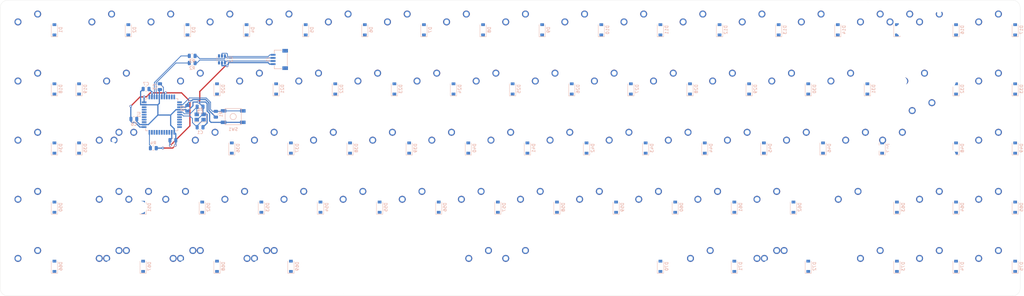
<source format=kicad_pcb>
(kicad_pcb (version 20171130) (host pcbnew "(5.1.4)-1")
  (layers (0 F.Cu signal) (31 B.Cu signal) (34 B.Paste user) (35 F.Paste user) (36 B.SilkS user) (37 F.SilkS user) (38 B.Mask user) (39 F.Mask user) (44 Edge.Cuts user))
  (net 0 "")
  (net 1 GND)
  (net 2 "Net-(C1-Pad1)")
  (net 3 "Net-(C2-Pad1)")
  (net 4 "Net-(C3-Pad1)")
  (net 5 +5V)
  (net 6 "Net-(D1-Pad2)")
  (net 7 Row0)
  (net 8 "Net-(D2-Pad2)")
  (net 9 "Net-(D3-Pad2)")
  (net 10 "Net-(D4-Pad2)")
  (net 11 "Net-(D5-Pad2)")
  (net 12 "Net-(D6-Pad2)")
  (net 13 "Net-(D7-Pad2)")
  (net 14 "Net-(D8-Pad2)")
  (net 15 "Net-(D9-Pad2)")
  (net 16 "Net-(D10-Pad2)")
  (net 17 "Net-(D11-Pad2)")
  (net 18 "Net-(D12-Pad2)")
  (net 19 "Net-(D13-Pad2)")
  (net 20 "Net-(D14-Pad2)")
  (net 21 "Net-(D15-Pad2)")
  (net 22 "Net-(D16-Pad2)")
  (net 23 "Net-(D17-Pad2)")
  (net 24 "Net-(D18-Pad2)")
  (net 25 Row1)
  (net 26 "Net-(D19-Pad2)")
  (net 27 "Net-(D20-Pad2)")
  (net 28 "Net-(D21-Pad2)")
  (net 29 "Net-(D22-Pad2)")
  (net 30 "Net-(D23-Pad2)")
  (net 31 "Net-(D24-Pad2)")
  (net 32 "Net-(D25-Pad2)")
  (net 33 "Net-(D26-Pad2)")
  (net 34 "Net-(D27-Pad2)")
  (net 35 "Net-(D28-Pad2)")
  (net 36 "Net-(D29-Pad2)")
  (net 37 "Net-(D30-Pad2)")
  (net 38 "Net-(D31-Pad2)")
  (net 39 "Net-(D32-Pad2)")
  (net 40 "Net-(D33-Pad2)")
  (net 41 "Net-(D34-Pad2)")
  (net 42 Row2)
  (net 43 "Net-(D35-Pad2)")
  (net 44 "Net-(D36-Pad2)")
  (net 45 "Net-(D37-Pad2)")
  (net 46 "Net-(D38-Pad2)")
  (net 47 "Net-(D39-Pad2)")
  (net 48 "Net-(D40-Pad2)")
  (net 49 "Net-(D41-Pad2)")
  (net 50 "Net-(D42-Pad2)")
  (net 51 "Net-(D43-Pad2)")
  (net 52 "Net-(D44-Pad2)")
  (net 53 "Net-(D45-Pad2)")
  (net 54 "Net-(D46-Pad2)")
  (net 55 "Net-(D47-Pad2)")
  (net 56 "Net-(D48-Pad2)")
  (net 57 "Net-(D49-Pad2)")
  (net 58 "Net-(D50-Pad2)")
  (net 59 Row3)
  (net 60 "Net-(D51-Pad2)")
  (net 61 "Net-(D52-Pad2)")
  (net 62 "Net-(D53-Pad2)")
  (net 63 "Net-(D54-Pad2)")
  (net 64 "Net-(D55-Pad2)")
  (net 65 "Net-(D56-Pad2)")
  (net 66 "Net-(D57-Pad2)")
  (net 67 "Net-(D58-Pad2)")
  (net 68 "Net-(D59-Pad2)")
  (net 69 "Net-(D60-Pad2)")
  (net 70 "Net-(D61-Pad2)")
  (net 71 "Net-(D62-Pad2)")
  (net 72 "Net-(D63-Pad2)")
  (net 73 "Net-(D64-Pad2)")
  (net 74 "Net-(D65-Pad2)")
  (net 75 "Net-(D66-Pad2)")
  (net 76 Row4)
  (net 77 "Net-(D67-Pad2)")
  (net 78 "Net-(D68-Pad2)")
  (net 79 "Net-(D69-Pad2)")
  (net 80 "Net-(D70-Pad2)")
  (net 81 "Net-(D71-Pad2)")
  (net 82 "Net-(D72-Pad2)")
  (net 83 "Net-(D73-Pad2)")
  (net 84 "Net-(D74-Pad2)")
  (net 85 "Net-(D75-Pad2)")
  (net 86 VBUS)
  (net 87 D-)
  (net 88 D+)
  (net 89 Col14)
  (net 90 Col0)
  (net 91 Col1)
  (net 92 Col2)
  (net 93 Col3)
  (net 94 Col4)
  (net 95 Col5)
  (net 96 Col6)
  (net 97 Col7)
  (net 98 Col8)
  (net 99 Col9)
  (net 100 Col10)
  (net 101 Col11)
  (net 102 Col12)
  (net 103 Col13)
  (net 104 Col15)
  (net 105 Col16)
  (net 106 "Net-(K73-Pad2)")
  (net 107 "Net-(R1-Pad2)")
  (net 108 "Net-(R2-Pad1)")
  (net 109 "Net-(R3-Pad1)")
  (net 110 "Net-(R4-Pad2)")
  (net 111 "Net-(U1-Pad42)")
  (net 112 "Net-(U1-Pad41)")
  (net 113 "Net-(U1-Pad40)")
  (net 114 "Net-(U1-Pad39)")
  (net 115 "Net-(U1-Pad38)")
  (net 116 "Net-(U1-Pad37)")
  (net 117 "Net-(U1-Pad36)")
  (net 118 "Net-(U1-Pad32)")
  (net 119 "Net-(U1-Pad31)")
  (net 120 "Net-(U1-Pad30)")
  (net 121 "Net-(U1-Pad29)")
  (net 122 "Net-(U1-Pad28)")
  (net 123 "Net-(U1-Pad27)")
  (net 124 "Net-(U1-Pad26)")
  (net 125 "Net-(U1-Pad25)")
  (net 126 "Net-(U1-Pad22)")
  (net 127 "Net-(U1-Pad21)")
  (net 128 "Net-(U1-Pad20)")
  (net 129 "Net-(U1-Pad19)")
  (net 130 "Net-(U1-Pad18)")
  (net 131 "Net-(U1-Pad12)")
  (net 132 "Net-(U1-Pad11)")
  (net 133 "Net-(U1-Pad10)")
  (net 134 "Net-(U1-Pad9)")
  (net 135 "Net-(U1-Pad8)")
  (net 136 "Net-(U1-Pad1)")
  (net 137 "Net-(U2-Pad4)")
  (net 138 "Net-(U2-Pad3)")
  (module Package_TO_SOT_SMD:SOT-23-6 (layer B.Cu) (at 122.2375 59.53125 90)
    (fp_text reference U2 (at 0 2.9 90) (layer B.SilkS) (effects (justify mirror)))
    (fp_text value SRV05-4)
    (pad 5 smd rect (at 1.1 0 90) (size 1.06 0.65) (layers B.Cu B.Paste B.Mask) (net 86 VBUS))
    (pad 6 smd rect (at 1.1 0.95 90) (size 1.06 0.65) (layers B.Cu B.Paste B.Mask) (net 87 D-))
    (pad 4 smd rect (at 1.1 -0.95 90) (size 1.06 0.65) (layers B.Cu B.Paste B.Mask) (net 137 "Net-(U2-Pad4)"))
    (pad 3 smd rect (at -1.1 -0.95 90) (size 1.06 0.65) (layers B.Cu B.Paste B.Mask) (net 138 "Net-(U2-Pad3)"))
    (pad 2 smd rect (at -1.1 0 90) (size 1.06 0.65) (layers B.Cu B.Paste B.Mask) (net 1 GND))
    (pad 1 smd rect (at -1.1 0.95 90) (size 1.06 0.65) (layers B.Cu B.Paste B.Mask) (net 88 D+))
  )
  (module MX_Only:MXOnly-1U-NoLED (layer F.Cu) (at 122.2375 50.00625)
    (fp_text reference K5)
    (fp_text value keyboard_parts_KEYSW)
    (pad 2 thru_hole circle (at 2.54 -5.08) (size 2.25 2.25) (drill 1.47) (layers *.Cu B.Mask) (net 10 "Net-(D4-Pad2)"))
    (pad "" np_thru_hole circle (at 0 0) (size 3.9878 3.9878) (drill 3.9878) (layers *.Cu *.Mask))
    (pad 1 thru_hole circle (at -3.81 -2.54) (size 2.25 2.25) (drill 1.47) (layers *.Cu B.Mask) (net 93 Col3))
    (pad "" np_thru_hole circle (at -5.08 0 48.0996) (size 1.75 1.75) (drill 1.75) (layers *.Cu *.Mask))
    (pad "" np_thru_hole circle (at 5.08 0 48.0996) (size 1.75 1.75) (drill 1.75) (layers *.Cu *.Mask))
  )
  (module MX_Only:MXOnly-7U-ReversedStabilizers-NoLED (layer F.Cu) (at 217.4875 126.20625)
    (fp_text reference K79)
    (fp_text value keyboard_parts_KEYSW)
    (pad 2 thru_hole circle (at 2.54 -5.08) (size 2.25 2.25) (drill 1.47) (layers *.Cu B.Mask) (net 80 "Net-(D70-Pad2)"))
    (pad "" np_thru_hole circle (at 0 0) (size 3.9878 3.9878) (drill 3.9878) (layers *.Cu *.Mask))
    (pad 1 thru_hole circle (at -3.81 -2.54) (size 2.25 2.25) (drill 1.47) (layers *.Cu B.Mask) (net 96 Col6))
    (pad "" np_thru_hole circle (at -5.08 0 48.0996) (size 1.75 1.75) (drill 1.75) (layers *.Cu *.Mask))
    (pad "" np_thru_hole circle (at 5.08 0 48.0996) (size 1.75 1.75) (drill 1.75) (layers *.Cu *.Mask))
    (pad "" np_thru_hole circle (at -57.15 6.985) (size 3.048 3.048) (drill 3.048) (layers *.Cu *.Mask))
    (pad "" np_thru_hole circle (at 57.15 6.985) (size 3.048 3.048) (drill 3.048) (layers *.Cu *.Mask))
    (pad "" np_thru_hole circle (at -57.15 -8.255) (size 3.9878 3.9878) (drill 3.9878) (layers *.Cu *.Mask))
    (pad "" np_thru_hole circle (at 57.15 -8.255) (size 3.9878 3.9878) (drill 3.9878) (layers *.Cu *.Mask))
  )
  (module MX_Only:MXOnly-6.25U-ReversedStabilizers-NoLED (layer F.Cu) (at 205.58125 126.20625)
    (fp_text reference K73)
    (fp_text value keyboard_parts_KEYSW)
    (pad 2 thru_hole circle (at 2.54 -5.08) (size 2.25 2.25) (drill 1.47) (layers *.Cu B.Mask) (net 106 "Net-(K73-Pad2)"))
    (pad "" np_thru_hole circle (at 0 0) (size 3.9878 3.9878) (drill 3.9878) (layers *.Cu *.Mask))
    (pad 1 thru_hole circle (at -3.81 -2.54) (size 2.25 2.25) (drill 1.47) (layers *.Cu B.Mask) (net 96 Col6))
    (pad "" np_thru_hole circle (at -5.08 0 48.0996) (size 1.75 1.75) (drill 1.75) (layers *.Cu *.Mask))
    (pad "" np_thru_hole circle (at 5.08 0 48.0996) (size 1.75 1.75) (drill 1.75) (layers *.Cu *.Mask))
    (pad "" np_thru_hole circle (at -49.9999 6.985) (size 3.048 3.048) (drill 3.048) (layers *.Cu *.Mask))
    (pad "" np_thru_hole circle (at 49.9999 6.985) (size 3.048 3.048) (drill 3.048) (layers *.Cu *.Mask))
    (pad "" np_thru_hole circle (at -49.9999 -8.255) (size 3.9878 3.9878) (drill 3.9878) (layers *.Cu *.Mask))
    (pad "" np_thru_hole circle (at 49.9999 -8.255) (size 3.9878 3.9878) (drill 3.9878) (layers *.Cu *.Mask))
  )
  (module MX_Only:MXOnly-1.5U-NoLED (layer F.Cu) (at 88.9 126.20625)
    (fp_text reference K76)
    (fp_text value keyboard_parts_KEYSW)
    (pad 2 thru_hole circle (at 2.54 -5.08) (size 2.25 2.25) (drill 1.47) (layers *.Cu B.Mask) (net 77 "Net-(D67-Pad2)"))
    (pad "" np_thru_hole circle (at 0 0) (size 3.9878 3.9878) (drill 3.9878) (layers *.Cu *.Mask))
    (pad 1 thru_hole circle (at -3.81 -2.54) (size 2.25 2.25) (drill 1.47) (layers *.Cu B.Mask) (net 91 Col1))
    (pad "" np_thru_hole circle (at -5.08 0 48.0996) (size 1.75 1.75) (drill 1.75) (layers *.Cu *.Mask))
    (pad "" np_thru_hole circle (at 5.08 0 48.0996) (size 1.75 1.75) (drill 1.75) (layers *.Cu *.Mask))
  )
  (module Crystal:Crystal_SMD_3225-4Pin_3.2x2.5mm (layer B.Cu) (at 115.22075 78.105 180)
    (fp_text reference Y1 (at 0 2.45 180) (layer B.SilkS) (effects (justify mirror)))
    (fp_text value 16MHz)
    (pad 1 smd rect (at -1.1 -0.85 180) (size 1.4 1.2) (layers B.Cu B.Paste B.Mask) (net 2 "Net-(C1-Pad1)"))
    (pad 2 smd rect (at 1.1 -0.85 180) (size 1.4 1.2) (layers B.Cu B.Paste B.Mask) (net 1 GND))
    (pad 3 smd rect (at 1.1 0.85 180) (size 1.4 1.2) (layers B.Cu B.Paste B.Mask) (net 3 "Net-(C2-Pad1)"))
    (pad 4 smd rect (at -1.1 0.85 180) (size 1.4 1.2) (layers B.Cu B.Paste B.Mask) (net 1 GND))
  )
  (module Package_QFP:TQFP-44_10x10mm_P0.8mm (layer B.Cu) (at 102.87 77.343 270)
    (fp_text reference U1 (at 0 7.45 90) (layer B.SilkS) (effects (justify mirror)))
    (fp_text value ATmega32U4-AU)
    (pad 44 smd rect (at -4 5.7 180) (size 1.5 0.55) (layers B.Cu B.Paste B.Mask) (net 5 +5V))
    (pad 43 smd rect (at -3.2 5.7 180) (size 1.5 0.55) (layers B.Cu B.Paste B.Mask) (net 1 GND))
    (pad 42 smd rect (at -2.4 5.7 180) (size 1.5 0.55) (layers B.Cu B.Paste B.Mask) (net 111 "Net-(U1-Pad42)"))
    (pad 41 smd rect (at -1.6 5.7 180) (size 1.5 0.55) (layers B.Cu B.Paste B.Mask) (net 112 "Net-(U1-Pad41)"))
    (pad 40 smd rect (at -0.8 5.7 180) (size 1.5 0.55) (layers B.Cu B.Paste B.Mask) (net 113 "Net-(U1-Pad40)"))
    (pad 39 smd rect (at 0 5.7 180) (size 1.5 0.55) (layers B.Cu B.Paste B.Mask) (net 114 "Net-(U1-Pad39)"))
    (pad 38 smd rect (at 0.8 5.7 180) (size 1.5 0.55) (layers B.Cu B.Paste B.Mask) (net 115 "Net-(U1-Pad38)"))
    (pad 37 smd rect (at 1.6 5.7 180) (size 1.5 0.55) (layers B.Cu B.Paste B.Mask) (net 116 "Net-(U1-Pad37)"))
    (pad 36 smd rect (at 2.4 5.7 180) (size 1.5 0.55) (layers B.Cu B.Paste B.Mask) (net 117 "Net-(U1-Pad36)"))
    (pad 35 smd rect (at 3.2 5.7 180) (size 1.5 0.55) (layers B.Cu B.Paste B.Mask) (net 1 GND))
    (pad 34 smd rect (at 4 5.7 180) (size 1.5 0.55) (layers B.Cu B.Paste B.Mask) (net 5 +5V))
    (pad 33 smd rect (at 5.7 4 270) (size 1.5 0.55) (layers B.Cu B.Paste B.Mask) (net 110 "Net-(R4-Pad2)"))
    (pad 32 smd rect (at 5.7 3.2 270) (size 1.5 0.55) (layers B.Cu B.Paste B.Mask) (net 118 "Net-(U1-Pad32)"))
    (pad 31 smd rect (at 5.7 2.4 270) (size 1.5 0.55) (layers B.Cu B.Paste B.Mask) (net 119 "Net-(U1-Pad31)"))
    (pad 30 smd rect (at 5.7 1.6 270) (size 1.5 0.55) (layers B.Cu B.Paste B.Mask) (net 120 "Net-(U1-Pad30)"))
    (pad 29 smd rect (at 5.7 0.8 270) (size 1.5 0.55) (layers B.Cu B.Paste B.Mask) (net 121 "Net-(U1-Pad29)"))
    (pad 28 smd rect (at 5.7 0 270) (size 1.5 0.55) (layers B.Cu B.Paste B.Mask) (net 122 "Net-(U1-Pad28)"))
    (pad 27 smd rect (at 5.7 -0.8 270) (size 1.5 0.55) (layers B.Cu B.Paste B.Mask) (net 123 "Net-(U1-Pad27)"))
    (pad 26 smd rect (at 5.7 -1.6 270) (size 1.5 0.55) (layers B.Cu B.Paste B.Mask) (net 124 "Net-(U1-Pad26)"))
    (pad 25 smd rect (at 5.7 -2.4 270) (size 1.5 0.55) (layers B.Cu B.Paste B.Mask) (net 125 "Net-(U1-Pad25)"))
    (pad 24 smd rect (at 5.7 -3.2 270) (size 1.5 0.55) (layers B.Cu B.Paste B.Mask) (net 5 +5V))
    (pad 23 smd rect (at 5.7 -4 270) (size 1.5 0.55) (layers B.Cu B.Paste B.Mask) (net 1 GND))
    (pad 22 smd rect (at 4 -5.7 180) (size 1.5 0.55) (layers B.Cu B.Paste B.Mask) (net 126 "Net-(U1-Pad22)"))
    (pad 21 smd rect (at 3.2 -5.7 180) (size 1.5 0.55) (layers B.Cu B.Paste B.Mask) (net 127 "Net-(U1-Pad21)"))
    (pad 20 smd rect (at 2.4 -5.7 180) (size 1.5 0.55) (layers B.Cu B.Paste B.Mask) (net 128 "Net-(U1-Pad20)"))
    (pad 19 smd rect (at 1.6 -5.7 180) (size 1.5 0.55) (layers B.Cu B.Paste B.Mask) (net 129 "Net-(U1-Pad19)"))
    (pad 18 smd rect (at 0.8 -5.7 180) (size 1.5 0.55) (layers B.Cu B.Paste B.Mask) (net 130 "Net-(U1-Pad18)"))
    (pad 17 smd rect (at 0 -5.7 180) (size 1.5 0.55) (layers B.Cu B.Paste B.Mask) (net 2 "Net-(C1-Pad1)"))
    (pad 16 smd rect (at -0.8 -5.7 180) (size 1.5 0.55) (layers B.Cu B.Paste B.Mask) (net 3 "Net-(C2-Pad1)"))
    (pad 15 smd rect (at -1.6 -5.7 180) (size 1.5 0.55) (layers B.Cu B.Paste B.Mask) (net 1 GND))
    (pad 14 smd rect (at -2.4 -5.7 180) (size 1.5 0.55) (layers B.Cu B.Paste B.Mask) (net 5 +5V))
    (pad 13 smd rect (at -3.2 -5.7 180) (size 1.5 0.55) (layers B.Cu B.Paste B.Mask) (net 107 "Net-(R1-Pad2)"))
    (pad 12 smd rect (at -4 -5.7 180) (size 1.5 0.55) (layers B.Cu B.Paste B.Mask) (net 131 "Net-(U1-Pad12)"))
    (pad 11 smd rect (at -5.7 -4 270) (size 1.5 0.55) (layers B.Cu B.Paste B.Mask) (net 132 "Net-(U1-Pad11)"))
    (pad 10 smd rect (at -5.7 -3.2 270) (size 1.5 0.55) (layers B.Cu B.Paste B.Mask) (net 133 "Net-(U1-Pad10)"))
    (pad 9 smd rect (at -5.7 -2.4 270) (size 1.5 0.55) (layers B.Cu B.Paste B.Mask) (net 134 "Net-(U1-Pad9)"))
    (pad 8 smd rect (at -5.7 -1.6 270) (size 1.5 0.55) (layers B.Cu B.Paste B.Mask) (net 135 "Net-(U1-Pad8)"))
    (pad 7 smd rect (at -5.7 -0.8 270) (size 1.5 0.55) (layers B.Cu B.Paste B.Mask) (net 5 +5V))
    (pad 6 smd rect (at -5.7 0 270) (size 1.5 0.55) (layers B.Cu B.Paste B.Mask) (net 4 "Net-(C3-Pad1)"))
    (pad 5 smd rect (at -5.7 0.8 270) (size 1.5 0.55) (layers B.Cu B.Paste B.Mask) (net 1 GND))
    (pad 4 smd rect (at -5.7 1.6 270) (size 1.5 0.55) (layers B.Cu B.Paste B.Mask) (net 108 "Net-(R2-Pad1)"))
    (pad 3 smd rect (at -5.7 2.4 270) (size 1.5 0.55) (layers B.Cu B.Paste B.Mask) (net 109 "Net-(R3-Pad1)"))
    (pad 2 smd rect (at -5.7 3.2 270) (size 1.5 0.55) (layers B.Cu B.Paste B.Mask) (net 5 +5V))
    (pad 1 smd rect (at -5.7 4 270) (size 1.5 0.55) (layers B.Cu B.Paste B.Mask) (net 136 "Net-(U1-Pad1)"))
  )
  (module random-keyboard-parts:SKQG-1155865 (layer B.Cu) (at 125.857 77.978 180)
    (fp_text reference SW1 (at 0 -4.064) (layer B.SilkS) (effects (justify mirror)))
    (fp_text value SW_Push)
    (pad 1 smd rect (at -3.1 -1.85 180) (size 1.8 1.1) (layers B.Cu B.Paste B.Mask) (net 1 GND))
    (pad 2 smd rect (at 3.1 1.85 180) (size 1.8 1.1) (layers B.Cu B.Paste B.Mask) (net 107 "Net-(R1-Pad2)"))
    (pad 2 smd rect (at -3.1 1.85 180) (size 1.8 1.1) (layers B.Cu B.Paste B.Mask) (net 107 "Net-(R1-Pad2)"))
    (pad 1 smd rect (at 3.1 -1.85 180) (size 1.8 1.1) (layers B.Cu B.Paste B.Mask) (net 1 GND))
  )
  (module Resistor_SMD:R_0805_2012Metric (layer B.Cu) (at 100.1245 88.138 180)
    (fp_text reference R4 (at 0 1.65 180) (layer B.SilkS) (effects (justify mirror)))
    (fp_text value 10k)
    (pad 2 smd roundrect (at 0.9375 0 180) (size 0.975 1.4) (layers B.Cu B.Paste B.Mask) (net 110 "Net-(R4-Pad2)"))
    (pad 1 smd roundrect (at -0.9375 0 180) (size 0.975 1.4) (layers B.Cu B.Paste B.Mask) (net 1 GND))
  )
  (module Resistor_SMD:R_0805_2012Metric (layer B.Cu) (at 112.649 58.42)
    (fp_text reference R3 (at 0 1.65) (layer B.SilkS) (effects (justify mirror)))
    (fp_text value 22)
    (pad 2 smd roundrect (at 0.9375 0) (size 0.975 1.4) (layers B.Cu B.Paste B.Mask) (net 87 D-))
    (pad 1 smd roundrect (at -0.9375 0) (size 0.975 1.4) (layers B.Cu B.Paste B.Mask) (net 109 "Net-(R3-Pad1)"))
  )
  (module Resistor_SMD:R_0805_2012Metric (layer B.Cu) (at 112.649 60.706)
    (fp_text reference R2 (at 0 1.65) (layer B.SilkS) (effects (justify mirror)))
    (fp_text value 22)
    (pad 2 smd roundrect (at 0.9375 0) (size 0.975 1.4) (layers B.Cu B.Paste B.Mask) (net 88 D+))
    (pad 1 smd roundrect (at -0.9375 0) (size 0.975 1.4) (layers B.Cu B.Paste B.Mask) (net 108 "Net-(R2-Pad1)"))
  )
  (module Resistor_SMD:R_0805_2012Metric (layer B.Cu) (at 120.269 77.216 90)
    (fp_text reference R1 (at 0 1.65 90) (layer B.SilkS) (effects (justify mirror)))
    (fp_text value 10k)
    (pad 2 smd roundrect (at 0.9375 0 90) (size 0.975 1.4) (layers B.Cu B.Paste B.Mask) (net 107 "Net-(R1-Pad2)"))
    (pad 1 smd roundrect (at -0.9375 0 90) (size 0.975 1.4) (layers B.Cu B.Paste B.Mask) (net 5 +5V))
  )
  (module MX_Only:MXOnly-1U-NoLED (layer F.Cu) (at 369.8875 126.20625)
    (fp_text reference K84)
    (fp_text value keyboard_parts_KEYSW)
    (pad 2 thru_hole circle (at 2.54 -5.08) (size 2.25 2.25) (drill 1.47) (layers *.Cu B.Mask) (net 85 "Net-(D75-Pad2)"))
    (pad "" np_thru_hole circle (at 0 0) (size 3.9878 3.9878) (drill 3.9878) (layers *.Cu *.Mask))
    (pad 1 thru_hole circle (at -3.81 -2.54) (size 2.25 2.25) (drill 1.47) (layers *.Cu B.Mask) (net 104 Col15))
    (pad "" np_thru_hole circle (at -5.08 0 48.0996) (size 1.75 1.75) (drill 1.75) (layers *.Cu *.Mask))
    (pad "" np_thru_hole circle (at 5.08 0 48.0996) (size 1.75 1.75) (drill 1.75) (layers *.Cu *.Mask))
  )
  (module MX_Only:MXOnly-1U-NoLED (layer F.Cu) (at 350.8375 126.20625)
    (fp_text reference K83)
    (fp_text value keyboard_parts_KEYSW)
    (pad 2 thru_hole circle (at 2.54 -5.08) (size 2.25 2.25) (drill 1.47) (layers *.Cu B.Mask) (net 84 "Net-(D74-Pad2)"))
    (pad "" np_thru_hole circle (at 0 0) (size 3.9878 3.9878) (drill 3.9878) (layers *.Cu *.Mask))
    (pad 1 thru_hole circle (at -3.81 -2.54) (size 2.25 2.25) (drill 1.47) (layers *.Cu B.Mask) (net 89 Col14))
    (pad "" np_thru_hole circle (at -5.08 0 48.0996) (size 1.75 1.75) (drill 1.75) (layers *.Cu *.Mask))
    (pad "" np_thru_hole circle (at 5.08 0 48.0996) (size 1.75 1.75) (drill 1.75) (layers *.Cu *.Mask))
  )
  (module MX_Only:MXOnly-1U-NoLED (layer F.Cu) (at 331.7875 126.20625)
    (fp_text reference K82)
    (fp_text value keyboard_parts_KEYSW)
    (pad 2 thru_hole circle (at 2.54 -5.08) (size 2.25 2.25) (drill 1.47) (layers *.Cu B.Mask) (net 83 "Net-(D73-Pad2)"))
    (pad "" np_thru_hole circle (at 0 0) (size 3.9878 3.9878) (drill 3.9878) (layers *.Cu *.Mask))
    (pad 1 thru_hole circle (at -3.81 -2.54) (size 2.25 2.25) (drill 1.47) (layers *.Cu B.Mask) (net 103 Col13))
    (pad "" np_thru_hole circle (at -5.08 0 48.0996) (size 1.75 1.75) (drill 1.75) (layers *.Cu *.Mask))
    (pad "" np_thru_hole circle (at 5.08 0 48.0996) (size 1.75 1.75) (drill 1.75) (layers *.Cu *.Mask))
  )
  (module MX_Only:MXOnly-1.5U-NoLED (layer F.Cu) (at 298.45 126.20625)
    (fp_text reference K81)
    (fp_text value keyboard_parts_KEYSW)
    (pad 2 thru_hole circle (at 2.54 -5.08) (size 2.25 2.25) (drill 1.47) (layers *.Cu B.Mask) (net 82 "Net-(D72-Pad2)"))
    (pad "" np_thru_hole circle (at 0 0) (size 3.9878 3.9878) (drill 3.9878) (layers *.Cu *.Mask))
    (pad 1 thru_hole circle (at -3.81 -2.54) (size 2.25 2.25) (drill 1.47) (layers *.Cu B.Mask) (net 102 Col12))
    (pad "" np_thru_hole circle (at -5.08 0 48.0996) (size 1.75 1.75) (drill 1.75) (layers *.Cu *.Mask))
    (pad "" np_thru_hole circle (at 5.08 0 48.0996) (size 1.75 1.75) (drill 1.75) (layers *.Cu *.Mask))
  )
  (module MX_Only:MXOnly-1.25U-NoLED (layer F.Cu) (at 277.01875 126.20625)
    (fp_text reference K80)
    (fp_text value keyboard_parts_KEYSW)
    (pad 2 thru_hole circle (at 2.54 -5.08) (size 2.25 2.25) (drill 1.47) (layers *.Cu B.Mask) (net 81 "Net-(D71-Pad2)"))
    (pad "" np_thru_hole circle (at 0 0) (size 3.9878 3.9878) (drill 3.9878) (layers *.Cu *.Mask))
    (pad 1 thru_hole circle (at -3.81 -2.54) (size 2.25 2.25) (drill 1.47) (layers *.Cu B.Mask) (net 101 Col11))
    (pad "" np_thru_hole circle (at -5.08 0 48.0996) (size 1.75 1.75) (drill 1.75) (layers *.Cu *.Mask))
    (pad "" np_thru_hole circle (at 5.08 0 48.0996) (size 1.75 1.75) (drill 1.75) (layers *.Cu *.Mask))
  )
  (module MX_Only:MXOnly-1.5U-NoLED (layer F.Cu) (at 136.525 126.20625)
    (fp_text reference K78)
    (fp_text value keyboard_parts_KEYSW)
    (pad 2 thru_hole circle (at 2.54 -5.08) (size 2.25 2.25) (drill 1.47) (layers *.Cu B.Mask) (net 79 "Net-(D69-Pad2)"))
    (pad "" np_thru_hole circle (at 0 0) (size 3.9878 3.9878) (drill 3.9878) (layers *.Cu *.Mask))
    (pad 1 thru_hole circle (at -3.81 -2.54) (size 2.25 2.25) (drill 1.47) (layers *.Cu B.Mask) (net 93 Col3))
    (pad "" np_thru_hole circle (at -5.08 0 48.0996) (size 1.75 1.75) (drill 1.75) (layers *.Cu *.Mask))
    (pad "" np_thru_hole circle (at 5.08 0 48.0996) (size 1.75 1.75) (drill 1.75) (layers *.Cu *.Mask))
  )
  (module MX_Only:MXOnly-1.25U-NoLED (layer F.Cu) (at 110.33125 126.20625)
    (fp_text reference K77)
    (fp_text value keyboard_parts_KEYSW)
    (pad 2 thru_hole circle (at 2.54 -5.08) (size 2.25 2.25) (drill 1.47) (layers *.Cu B.Mask) (net 78 "Net-(D68-Pad2)"))
    (pad "" np_thru_hole circle (at 0 0) (size 3.9878 3.9878) (drill 3.9878) (layers *.Cu *.Mask))
    (pad 1 thru_hole circle (at -3.81 -2.54) (size 2.25 2.25) (drill 1.47) (layers *.Cu B.Mask) (net 92 Col2))
    (pad "" np_thru_hole circle (at -5.08 0 48.0996) (size 1.75 1.75) (drill 1.75) (layers *.Cu *.Mask))
    (pad "" np_thru_hole circle (at 5.08 0 48.0996) (size 1.75 1.75) (drill 1.75) (layers *.Cu *.Mask))
  )
  (module MX_Only:MXOnly-1U-NoLED (layer F.Cu) (at 60.325 126.20625)
    (fp_text reference K75)
    (fp_text value keyboard_parts_KEYSW)
    (pad "" np_thru_hole circle (at 5.08 0 48.0996) (size 1.75 1.75) (drill 1.75) (layers *.Cu *.Mask))
    (pad "" np_thru_hole circle (at -5.08 0 48.0996) (size 1.75 1.75) (drill 1.75) (layers *.Cu *.Mask))
    (pad 1 thru_hole circle (at -3.81 -2.54) (size 2.25 2.25) (drill 1.47) (layers *.Cu B.Mask) (net 90 Col0))
    (pad "" np_thru_hole circle (at 0 0) (size 3.9878 3.9878) (drill 3.9878) (layers *.Cu *.Mask))
    (pad 2 thru_hole circle (at 2.54 -5.08) (size 2.25 2.25) (drill 1.47) (layers *.Cu B.Mask) (net 75 "Net-(D66-Pad2)"))
  )
  (module MX_Only:MXOnly-1.25U-NoLED (layer F.Cu) (at 300.83125 126.20625)
    (fp_text reference K74)
    (fp_text value keyboard_parts_KEYSW)
    (pad 2 thru_hole circle (at 2.54 -5.08) (size 2.25 2.25) (drill 1.47) (layers *.Cu B.Mask) (net 82 "Net-(D72-Pad2)"))
    (pad "" np_thru_hole circle (at 0 0) (size 3.9878 3.9878) (drill 3.9878) (layers *.Cu *.Mask))
    (pad 1 thru_hole circle (at -3.81 -2.54) (size 2.25 2.25) (drill 1.47) (layers *.Cu B.Mask) (net 102 Col12))
    (pad "" np_thru_hole circle (at -5.08 0 48.0996) (size 1.75 1.75) (drill 1.75) (layers *.Cu *.Mask))
    (pad "" np_thru_hole circle (at 5.08 0 48.0996) (size 1.75 1.75) (drill 1.75) (layers *.Cu *.Mask))
  )
  (module MX_Only:MXOnly-1.25U-NoLED (layer F.Cu) (at 134.14375 126.20625)
    (fp_text reference K72)
    (fp_text value keyboard_parts_KEYSW)
    (pad 2 thru_hole circle (at 2.54 -5.08) (size 2.25 2.25) (drill 1.47) (layers *.Cu B.Mask) (net 79 "Net-(D69-Pad2)"))
    (pad "" np_thru_hole circle (at 0 0) (size 3.9878 3.9878) (drill 3.9878) (layers *.Cu *.Mask))
    (pad 1 thru_hole circle (at -3.81 -2.54) (size 2.25 2.25) (drill 1.47) (layers *.Cu B.Mask) (net 93 Col3))
    (pad "" np_thru_hole circle (at -5.08 0 48.0996) (size 1.75 1.75) (drill 1.75) (layers *.Cu *.Mask))
    (pad "" np_thru_hole circle (at 5.08 0 48.0996) (size 1.75 1.75) (drill 1.75) (layers *.Cu *.Mask))
  )
  (module MX_Only:MXOnly-1U-NoLED (layer F.Cu) (at 112.7125 126.20625)
    (fp_text reference K71)
    (fp_text value keyboard_parts_KEYSW)
    (pad 2 thru_hole circle (at 2.54 -5.08) (size 2.25 2.25) (drill 1.47) (layers *.Cu B.Mask) (net 78 "Net-(D68-Pad2)"))
    (pad "" np_thru_hole circle (at 0 0) (size 3.9878 3.9878) (drill 3.9878) (layers *.Cu *.Mask))
    (pad 1 thru_hole circle (at -3.81 -2.54) (size 2.25 2.25) (drill 1.47) (layers *.Cu B.Mask) (net 92 Col2))
    (pad "" np_thru_hole circle (at -5.08 0 48.0996) (size 1.75 1.75) (drill 1.75) (layers *.Cu *.Mask))
    (pad "" np_thru_hole circle (at 5.08 0 48.0996) (size 1.75 1.75) (drill 1.75) (layers *.Cu *.Mask))
  )
  (module MX_Only:MXOnly-1.25U-NoLED (layer F.Cu) (at 86.51875 126.20625)
    (fp_text reference K70)
    (fp_text value keyboard_parts_KEYSW)
    (pad 2 thru_hole circle (at 2.54 -5.08) (size 2.25 2.25) (drill 1.47) (layers *.Cu B.Mask) (net 77 "Net-(D67-Pad2)"))
    (pad "" np_thru_hole circle (at 0 0) (size 3.9878 3.9878) (drill 3.9878) (layers *.Cu *.Mask))
    (pad 1 thru_hole circle (at -3.81 -2.54) (size 2.25 2.25) (drill 1.47) (layers *.Cu B.Mask) (net 91 Col1))
    (pad "" np_thru_hole circle (at -5.08 0 48.0996) (size 1.75 1.75) (drill 1.75) (layers *.Cu *.Mask))
    (pad "" np_thru_hole circle (at 5.08 0 48.0996) (size 1.75 1.75) (drill 1.75) (layers *.Cu *.Mask))
  )
  (module MX_Only:MXOnly-1U-NoLED (layer F.Cu) (at 369.8875 107.15625)
    (fp_text reference K69)
    (fp_text value keyboard_parts_KEYSW)
    (pad 2 thru_hole circle (at 2.54 -5.08) (size 2.25 2.25) (drill 1.47) (layers *.Cu B.Mask) (net 74 "Net-(D65-Pad2)"))
    (pad "" np_thru_hole circle (at 0 0) (size 3.9878 3.9878) (drill 3.9878) (layers *.Cu *.Mask))
    (pad 1 thru_hole circle (at -3.81 -2.54) (size 2.25 2.25) (drill 1.47) (layers *.Cu B.Mask) (net 104 Col15))
    (pad "" np_thru_hole circle (at -5.08 0 48.0996) (size 1.75 1.75) (drill 1.75) (layers *.Cu *.Mask))
    (pad "" np_thru_hole circle (at 5.08 0 48.0996) (size 1.75 1.75) (drill 1.75) (layers *.Cu *.Mask))
  )
  (module MX_Only:MXOnly-1U-NoLED (layer F.Cu) (at 350.8375 107.15625)
    (fp_text reference K68)
    (fp_text value keyboard_parts_KEYSW)
    (pad 2 thru_hole circle (at 2.54 -5.08) (size 2.25 2.25) (drill 1.47) (layers *.Cu B.Mask) (net 73 "Net-(D64-Pad2)"))
    (pad "" np_thru_hole circle (at 0 0) (size 3.9878 3.9878) (drill 3.9878) (layers *.Cu *.Mask))
    (pad 1 thru_hole circle (at -3.81 -2.54) (size 2.25 2.25) (drill 1.47) (layers *.Cu B.Mask) (net 89 Col14))
    (pad "" np_thru_hole circle (at -5.08 0 48.0996) (size 1.75 1.75) (drill 1.75) (layers *.Cu *.Mask))
    (pad "" np_thru_hole circle (at 5.08 0 48.0996) (size 1.75 1.75) (drill 1.75) (layers *.Cu *.Mask))
  )
  (module MX_Only:MXOnly-1.75U-NoLED (layer F.Cu) (at 324.64375 107.15625)
    (fp_text reference K67)
    (fp_text value keyboard_parts_KEYSW)
    (pad 2 thru_hole circle (at 2.54 -5.08) (size 2.25 2.25) (drill 1.47) (layers *.Cu B.Mask) (net 72 "Net-(D63-Pad2)"))
    (pad "" np_thru_hole circle (at 0 0) (size 3.9878 3.9878) (drill 3.9878) (layers *.Cu *.Mask))
    (pad 1 thru_hole circle (at -3.81 -2.54) (size 2.25 2.25) (drill 1.47) (layers *.Cu B.Mask) (net 103 Col13))
    (pad "" np_thru_hole circle (at -5.08 0 48.0996) (size 1.75 1.75) (drill 1.75) (layers *.Cu *.Mask))
    (pad "" np_thru_hole circle (at 5.08 0 48.0996) (size 1.75 1.75) (drill 1.75) (layers *.Cu *.Mask))
  )
  (module MX_Only:MXOnly-1U-NoLED (layer F.Cu) (at 298.45 107.15625)
    (fp_text reference K66)
    (fp_text value keyboard_parts_KEYSW)
    (pad 2 thru_hole circle (at 2.54 -5.08) (size 2.25 2.25) (drill 1.47) (layers *.Cu B.Mask) (net 71 "Net-(D62-Pad2)"))
    (pad "" np_thru_hole circle (at 0 0) (size 3.9878 3.9878) (drill 3.9878) (layers *.Cu *.Mask))
    (pad 1 thru_hole circle (at -3.81 -2.54) (size 2.25 2.25) (drill 1.47) (layers *.Cu B.Mask) (net 102 Col12))
    (pad "" np_thru_hole circle (at -5.08 0 48.0996) (size 1.75 1.75) (drill 1.75) (layers *.Cu *.Mask))
    (pad "" np_thru_hole circle (at 5.08 0 48.0996) (size 1.75 1.75) (drill 1.75) (layers *.Cu *.Mask))
  )
  (module MX_Only:MXOnly-1U-NoLED (layer F.Cu) (at 279.4 107.15625)
    (fp_text reference K65)
    (fp_text value keyboard_parts_KEYSW)
    (pad 2 thru_hole circle (at 2.54 -5.08) (size 2.25 2.25) (drill 1.47) (layers *.Cu B.Mask) (net 70 "Net-(D61-Pad2)"))
    (pad "" np_thru_hole circle (at 0 0) (size 3.9878 3.9878) (drill 3.9878) (layers *.Cu *.Mask))
    (pad 1 thru_hole circle (at -3.81 -2.54) (size 2.25 2.25) (drill 1.47) (layers *.Cu B.Mask) (net 101 Col11))
    (pad "" np_thru_hole circle (at -5.08 0 48.0996) (size 1.75 1.75) (drill 1.75) (layers *.Cu *.Mask))
    (pad "" np_thru_hole circle (at 5.08 0 48.0996) (size 1.75 1.75) (drill 1.75) (layers *.Cu *.Mask))
  )
  (module MX_Only:MXOnly-1U-NoLED (layer F.Cu) (at 260.35 107.15625)
    (fp_text reference K64)
    (fp_text value keyboard_parts_KEYSW)
    (pad 2 thru_hole circle (at 2.54 -5.08) (size 2.25 2.25) (drill 1.47) (layers *.Cu B.Mask) (net 69 "Net-(D60-Pad2)"))
    (pad "" np_thru_hole circle (at 0 0) (size 3.9878 3.9878) (drill 3.9878) (layers *.Cu *.Mask))
    (pad 1 thru_hole circle (at -3.81 -2.54) (size 2.25 2.25) (drill 1.47) (layers *.Cu B.Mask) (net 100 Col10))
    (pad "" np_thru_hole circle (at -5.08 0 48.0996) (size 1.75 1.75) (drill 1.75) (layers *.Cu *.Mask))
    (pad "" np_thru_hole circle (at 5.08 0 48.0996) (size 1.75 1.75) (drill 1.75) (layers *.Cu *.Mask))
  )
  (module MX_Only:MXOnly-1U-NoLED (layer F.Cu) (at 241.3 107.15625)
    (fp_text reference K63)
    (fp_text value keyboard_parts_KEYSW)
    (pad 2 thru_hole circle (at 2.54 -5.08) (size 2.25 2.25) (drill 1.47) (layers *.Cu B.Mask) (net 68 "Net-(D59-Pad2)"))
    (pad "" np_thru_hole circle (at 0 0) (size 3.9878 3.9878) (drill 3.9878) (layers *.Cu *.Mask))
    (pad 1 thru_hole circle (at -3.81 -2.54) (size 2.25 2.25) (drill 1.47) (layers *.Cu B.Mask) (net 99 Col9))
    (pad "" np_thru_hole circle (at -5.08 0 48.0996) (size 1.75 1.75) (drill 1.75) (layers *.Cu *.Mask))
    (pad "" np_thru_hole circle (at 5.08 0 48.0996) (size 1.75 1.75) (drill 1.75) (layers *.Cu *.Mask))
  )
  (module MX_Only:MXOnly-1U-NoLED (layer F.Cu) (at 222.25 107.15625)
    (fp_text reference K62)
    (fp_text value keyboard_parts_KEYSW)
    (pad 2 thru_hole circle (at 2.54 -5.08) (size 2.25 2.25) (drill 1.47) (layers *.Cu B.Mask) (net 67 "Net-(D58-Pad2)"))
    (pad "" np_thru_hole circle (at 0 0) (size 3.9878 3.9878) (drill 3.9878) (layers *.Cu *.Mask))
    (pad 1 thru_hole circle (at -3.81 -2.54) (size 2.25 2.25) (drill 1.47) (layers *.Cu B.Mask) (net 98 Col8))
    (pad "" np_thru_hole circle (at -5.08 0 48.0996) (size 1.75 1.75) (drill 1.75) (layers *.Cu *.Mask))
    (pad "" np_thru_hole circle (at 5.08 0 48.0996) (size 1.75 1.75) (drill 1.75) (layers *.Cu *.Mask))
  )
  (module MX_Only:MXOnly-1U-NoLED (layer F.Cu) (at 203.2 107.15625)
    (fp_text reference K61)
    (fp_text value keyboard_parts_KEYSW)
    (pad 2 thru_hole circle (at 2.54 -5.08) (size 2.25 2.25) (drill 1.47) (layers *.Cu B.Mask) (net 66 "Net-(D57-Pad2)"))
    (pad "" np_thru_hole circle (at 0 0) (size 3.9878 3.9878) (drill 3.9878) (layers *.Cu *.Mask))
    (pad 1 thru_hole circle (at -3.81 -2.54) (size 2.25 2.25) (drill 1.47) (layers *.Cu B.Mask) (net 97 Col7))
    (pad "" np_thru_hole circle (at -5.08 0 48.0996) (size 1.75 1.75) (drill 1.75) (layers *.Cu *.Mask))
    (pad "" np_thru_hole circle (at 5.08 0 48.0996) (size 1.75 1.75) (drill 1.75) (layers *.Cu *.Mask))
  )
  (module MX_Only:MXOnly-1U-NoLED (layer F.Cu) (at 184.15 107.15625)
    (fp_text reference K60)
    (fp_text value keyboard_parts_KEYSW)
    (pad 2 thru_hole circle (at 2.54 -5.08) (size 2.25 2.25) (drill 1.47) (layers *.Cu B.Mask) (net 65 "Net-(D56-Pad2)"))
    (pad "" np_thru_hole circle (at 0 0) (size 3.9878 3.9878) (drill 3.9878) (layers *.Cu *.Mask))
    (pad 1 thru_hole circle (at -3.81 -2.54) (size 2.25 2.25) (drill 1.47) (layers *.Cu B.Mask) (net 96 Col6))
    (pad "" np_thru_hole circle (at -5.08 0 48.0996) (size 1.75 1.75) (drill 1.75) (layers *.Cu *.Mask))
    (pad "" np_thru_hole circle (at 5.08 0 48.0996) (size 1.75 1.75) (drill 1.75) (layers *.Cu *.Mask))
  )
  (module MX_Only:MXOnly-1U-NoLED (layer F.Cu) (at 165.1 107.15625)
    (fp_text reference K59)
    (fp_text value keyboard_parts_KEYSW)
    (pad 2 thru_hole circle (at 2.54 -5.08) (size 2.25 2.25) (drill 1.47) (layers *.Cu B.Mask) (net 64 "Net-(D55-Pad2)"))
    (pad "" np_thru_hole circle (at 0 0) (size 3.9878 3.9878) (drill 3.9878) (layers *.Cu *.Mask))
    (pad 1 thru_hole circle (at -3.81 -2.54) (size 2.25 2.25) (drill 1.47) (layers *.Cu B.Mask) (net 95 Col5))
    (pad "" np_thru_hole circle (at -5.08 0 48.0996) (size 1.75 1.75) (drill 1.75) (layers *.Cu *.Mask))
    (pad "" np_thru_hole circle (at 5.08 0 48.0996) (size 1.75 1.75) (drill 1.75) (layers *.Cu *.Mask))
  )
  (module MX_Only:MXOnly-1U-NoLED (layer F.Cu) (at 146.05 107.15625)
    (fp_text reference K58)
    (fp_text value keyboard_parts_KEYSW)
    (pad 2 thru_hole circle (at 2.54 -5.08) (size 2.25 2.25) (drill 1.47) (layers *.Cu B.Mask) (net 63 "Net-(D54-Pad2)"))
    (pad "" np_thru_hole circle (at 0 0) (size 3.9878 3.9878) (drill 3.9878) (layers *.Cu *.Mask))
    (pad 1 thru_hole circle (at -3.81 -2.54) (size 2.25 2.25) (drill 1.47) (layers *.Cu B.Mask) (net 94 Col4))
    (pad "" np_thru_hole circle (at -5.08 0 48.0996) (size 1.75 1.75) (drill 1.75) (layers *.Cu *.Mask))
    (pad "" np_thru_hole circle (at 5.08 0 48.0996) (size 1.75 1.75) (drill 1.75) (layers *.Cu *.Mask))
  )
  (module MX_Only:MXOnly-1U-NoLED (layer F.Cu) (at 127 107.15625)
    (fp_text reference K57)
    (fp_text value keyboard_parts_KEYSW)
    (pad 2 thru_hole circle (at 2.54 -5.08) (size 2.25 2.25) (drill 1.47) (layers *.Cu B.Mask) (net 62 "Net-(D53-Pad2)"))
    (pad "" np_thru_hole circle (at 0 0) (size 3.9878 3.9878) (drill 3.9878) (layers *.Cu *.Mask))
    (pad 1 thru_hole circle (at -3.81 -2.54) (size 2.25 2.25) (drill 1.47) (layers *.Cu B.Mask) (net 93 Col3))
    (pad "" np_thru_hole circle (at -5.08 0 48.0996) (size 1.75 1.75) (drill 1.75) (layers *.Cu *.Mask))
    (pad "" np_thru_hole circle (at 5.08 0 48.0996) (size 1.75 1.75) (drill 1.75) (layers *.Cu *.Mask))
  )
  (module MX_Only:MXOnly-1U-NoLED (layer F.Cu) (at 107.95 107.15625)
    (fp_text reference K56)
    (fp_text value keyboard_parts_KEYSW)
    (pad 2 thru_hole circle (at 2.54 -5.08) (size 2.25 2.25) (drill 1.47) (layers *.Cu B.Mask) (net 61 "Net-(D52-Pad2)"))
    (pad "" np_thru_hole circle (at 0 0) (size 3.9878 3.9878) (drill 3.9878) (layers *.Cu *.Mask))
    (pad 1 thru_hole circle (at -3.81 -2.54) (size 2.25 2.25) (drill 1.47) (layers *.Cu B.Mask) (net 92 Col2))
    (pad "" np_thru_hole circle (at -5.08 0 48.0996) (size 1.75 1.75) (drill 1.75) (layers *.Cu *.Mask))
    (pad "" np_thru_hole circle (at 5.08 0 48.0996) (size 1.75 1.75) (drill 1.75) (layers *.Cu *.Mask))
  )
  (module MX_Only:MXOnly-2.25U-NoLED (layer F.Cu) (at 96.04375 107.15625)
    (fp_text reference K55)
    (fp_text value keyboard_parts_KEYSW)
    (pad 2 thru_hole circle (at 2.54 -5.08) (size 2.25 2.25) (drill 1.47) (layers *.Cu B.Mask) (net 60 "Net-(D51-Pad2)"))
    (pad "" np_thru_hole circle (at 0 0) (size 3.9878 3.9878) (drill 3.9878) (layers *.Cu *.Mask))
    (pad 1 thru_hole circle (at -3.81 -2.54) (size 2.25 2.25) (drill 1.47) (layers *.Cu B.Mask) (net 91 Col1))
    (pad "" np_thru_hole circle (at -5.08 0 48.0996) (size 1.75 1.75) (drill 1.75) (layers *.Cu *.Mask))
    (pad "" np_thru_hole circle (at 5.08 0 48.0996) (size 1.75 1.75) (drill 1.75) (layers *.Cu *.Mask))
    (pad "" np_thru_hole circle (at -11.90625 -6.985) (size 3.048 3.048) (drill 3.048) (layers *.Cu *.Mask))
    (pad "" np_thru_hole circle (at 11.90625 -6.985) (size 3.048 3.048) (drill 3.048) (layers *.Cu *.Mask))
    (pad "" np_thru_hole circle (at -11.90625 8.255) (size 3.9878 3.9878) (drill 3.9878) (layers *.Cu *.Mask))
    (pad "" np_thru_hole circle (at 11.90625 8.255) (size 3.9878 3.9878) (drill 3.9878) (layers *.Cu *.Mask))
  )
  (module MX_Only:MXOnly-1U-NoLED (layer F.Cu) (at 60.325 107.15625)
    (fp_text reference K54)
    (fp_text value keyboard_parts_KEYSW)
    (pad "" np_thru_hole circle (at 5.08 0 48.0996) (size 1.75 1.75) (drill 1.75) (layers *.Cu *.Mask))
    (pad "" np_thru_hole circle (at -5.08 0 48.0996) (size 1.75 1.75) (drill 1.75) (layers *.Cu *.Mask))
    (pad 1 thru_hole circle (at -3.81 -2.54) (size 2.25 2.25) (drill 1.47) (layers *.Cu B.Mask) (net 90 Col0))
    (pad "" np_thru_hole circle (at 0 0) (size 3.9878 3.9878) (drill 3.9878) (layers *.Cu *.Mask))
    (pad 2 thru_hole circle (at 2.54 -5.08) (size 2.25 2.25) (drill 1.47) (layers *.Cu B.Mask) (net 58 "Net-(D50-Pad2)"))
  )
  (module MX_Only:MXOnly-1.25U-NoLED (layer F.Cu) (at 86.51875 107.15625)
    (fp_text reference K53)
    (fp_text value keyboard_parts_KEYSW)
    (pad 2 thru_hole circle (at 2.54 -5.08) (size 2.25 2.25) (drill 1.47) (layers *.Cu B.Mask) (net 60 "Net-(D51-Pad2)"))
    (pad "" np_thru_hole circle (at 0 0) (size 3.9878 3.9878) (drill 3.9878) (layers *.Cu *.Mask))
    (pad 1 thru_hole circle (at -3.81 -2.54) (size 2.25 2.25) (drill 1.47) (layers *.Cu B.Mask) (net 91 Col1))
    (pad "" np_thru_hole circle (at -5.08 0 48.0996) (size 1.75 1.75) (drill 1.75) (layers *.Cu *.Mask))
    (pad "" np_thru_hole circle (at 5.08 0 48.0996) (size 1.75 1.75) (drill 1.75) (layers *.Cu *.Mask))
  )
  (module MX_Only:MXOnly-1U-NoLED (layer F.Cu) (at 369.8875 88.10625)
    (fp_text reference K52)
    (fp_text value keyboard_parts_KEYSW)
    (pad 2 thru_hole circle (at 2.54 -5.08) (size 2.25 2.25) (drill 1.47) (layers *.Cu B.Mask) (net 57 "Net-(D49-Pad2)"))
    (pad "" np_thru_hole circle (at 0 0) (size 3.9878 3.9878) (drill 3.9878) (layers *.Cu *.Mask))
    (pad 1 thru_hole circle (at -3.81 -2.54) (size 2.25 2.25) (drill 1.47) (layers *.Cu B.Mask) (net 104 Col15))
    (pad "" np_thru_hole circle (at -5.08 0 48.0996) (size 1.75 1.75) (drill 1.75) (layers *.Cu *.Mask))
    (pad "" np_thru_hole circle (at 5.08 0 48.0996) (size 1.75 1.75) (drill 1.75) (layers *.Cu *.Mask))
  )
  (module MX_Only:MXOnly-2.25U-NoLED (layer F.Cu) (at 338.93125 88.10625)
    (fp_text reference K51)
    (fp_text value keyboard_parts_KEYSW)
    (pad 2 thru_hole circle (at 2.54 -5.08) (size 2.25 2.25) (drill 1.47) (layers *.Cu B.Mask) (net 56 "Net-(D48-Pad2)"))
    (pad "" np_thru_hole circle (at 0 0) (size 3.9878 3.9878) (drill 3.9878) (layers *.Cu *.Mask))
    (pad 1 thru_hole circle (at -3.81 -2.54) (size 2.25 2.25) (drill 1.47) (layers *.Cu B.Mask) (net 89 Col14))
    (pad "" np_thru_hole circle (at -5.08 0 48.0996) (size 1.75 1.75) (drill 1.75) (layers *.Cu *.Mask))
    (pad "" np_thru_hole circle (at 5.08 0 48.0996) (size 1.75 1.75) (drill 1.75) (layers *.Cu *.Mask))
    (pad "" np_thru_hole circle (at -11.90625 -6.985) (size 3.048 3.048) (drill 3.048) (layers *.Cu *.Mask))
    (pad "" np_thru_hole circle (at 11.90625 -6.985) (size 3.048 3.048) (drill 3.048) (layers *.Cu *.Mask))
    (pad "" np_thru_hole circle (at -11.90625 8.255) (size 3.9878 3.9878) (drill 3.9878) (layers *.Cu *.Mask))
    (pad "" np_thru_hole circle (at 11.90625 8.255) (size 3.9878 3.9878) (drill 3.9878) (layers *.Cu *.Mask))
  )
  (module MX_Only:MXOnly-1U-NoLED (layer F.Cu) (at 327.025 88.10625)
    (fp_text reference K50)
    (fp_text value keyboard_parts_KEYSW)
    (pad 2 thru_hole circle (at 2.54 -5.08) (size 2.25 2.25) (drill 1.47) (layers *.Cu B.Mask) (net 55 "Net-(D47-Pad2)"))
    (pad "" np_thru_hole circle (at 0 0) (size 3.9878 3.9878) (drill 3.9878) (layers *.Cu *.Mask))
    (pad 1 thru_hole circle (at -3.81 -2.54) (size 2.25 2.25) (drill 1.47) (layers *.Cu B.Mask) (net 103 Col13))
    (pad "" np_thru_hole circle (at -5.08 0 48.0996) (size 1.75 1.75) (drill 1.75) (layers *.Cu *.Mask))
    (pad "" np_thru_hole circle (at 5.08 0 48.0996) (size 1.75 1.75) (drill 1.75) (layers *.Cu *.Mask))
  )
  (module MX_Only:MXOnly-1U-NoLED (layer F.Cu) (at 307.975 88.10625)
    (fp_text reference K49)
    (fp_text value keyboard_parts_KEYSW)
    (pad 2 thru_hole circle (at 2.54 -5.08) (size 2.25 2.25) (drill 1.47) (layers *.Cu B.Mask) (net 54 "Net-(D46-Pad2)"))
    (pad "" np_thru_hole circle (at 0 0) (size 3.9878 3.9878) (drill 3.9878) (layers *.Cu *.Mask))
    (pad 1 thru_hole circle (at -3.81 -2.54) (size 2.25 2.25) (drill 1.47) (layers *.Cu B.Mask) (net 102 Col12))
    (pad "" np_thru_hole circle (at -5.08 0 48.0996) (size 1.75 1.75) (drill 1.75) (layers *.Cu *.Mask))
    (pad "" np_thru_hole circle (at 5.08 0 48.0996) (size 1.75 1.75) (drill 1.75) (layers *.Cu *.Mask))
  )
  (module MX_Only:MXOnly-1U-NoLED (layer F.Cu) (at 288.925 88.10625)
    (fp_text reference K48)
    (fp_text value keyboard_parts_KEYSW)
    (pad 2 thru_hole circle (at 2.54 -5.08) (size 2.25 2.25) (drill 1.47) (layers *.Cu B.Mask) (net 53 "Net-(D45-Pad2)"))
    (pad "" np_thru_hole circle (at 0 0) (size 3.9878 3.9878) (drill 3.9878) (layers *.Cu *.Mask))
    (pad 1 thru_hole circle (at -3.81 -2.54) (size 2.25 2.25) (drill 1.47) (layers *.Cu B.Mask) (net 101 Col11))
    (pad "" np_thru_hole circle (at -5.08 0 48.0996) (size 1.75 1.75) (drill 1.75) (layers *.Cu *.Mask))
    (pad "" np_thru_hole circle (at 5.08 0 48.0996) (size 1.75 1.75) (drill 1.75) (layers *.Cu *.Mask))
  )
  (module MX_Only:MXOnly-1U-NoLED (layer F.Cu) (at 269.875 88.10625)
    (fp_text reference K47)
    (fp_text value keyboard_parts_KEYSW)
    (pad 2 thru_hole circle (at 2.54 -5.08) (size 2.25 2.25) (drill 1.47) (layers *.Cu B.Mask) (net 52 "Net-(D44-Pad2)"))
    (pad "" np_thru_hole circle (at 0 0) (size 3.9878 3.9878) (drill 3.9878) (layers *.Cu *.Mask))
    (pad 1 thru_hole circle (at -3.81 -2.54) (size 2.25 2.25) (drill 1.47) (layers *.Cu B.Mask) (net 100 Col10))
    (pad "" np_thru_hole circle (at -5.08 0 48.0996) (size 1.75 1.75) (drill 1.75) (layers *.Cu *.Mask))
    (pad "" np_thru_hole circle (at 5.08 0 48.0996) (size 1.75 1.75) (drill 1.75) (layers *.Cu *.Mask))
  )
  (module MX_Only:MXOnly-1U-NoLED (layer F.Cu) (at 250.825 88.10625)
    (fp_text reference K46)
    (fp_text value keyboard_parts_KEYSW)
    (pad 2 thru_hole circle (at 2.54 -5.08) (size 2.25 2.25) (drill 1.47) (layers *.Cu B.Mask) (net 51 "Net-(D43-Pad2)"))
    (pad "" np_thru_hole circle (at 0 0) (size 3.9878 3.9878) (drill 3.9878) (layers *.Cu *.Mask))
    (pad 1 thru_hole circle (at -3.81 -2.54) (size 2.25 2.25) (drill 1.47) (layers *.Cu B.Mask) (net 99 Col9))
    (pad "" np_thru_hole circle (at -5.08 0 48.0996) (size 1.75 1.75) (drill 1.75) (layers *.Cu *.Mask))
    (pad "" np_thru_hole circle (at 5.08 0 48.0996) (size 1.75 1.75) (drill 1.75) (layers *.Cu *.Mask))
  )
  (module MX_Only:MXOnly-1U-NoLED (layer F.Cu) (at 231.775 88.10625)
    (fp_text reference K45)
    (fp_text value keyboard_parts_KEYSW)
    (pad 2 thru_hole circle (at 2.54 -5.08) (size 2.25 2.25) (drill 1.47) (layers *.Cu B.Mask) (net 50 "Net-(D42-Pad2)"))
    (pad "" np_thru_hole circle (at 0 0) (size 3.9878 3.9878) (drill 3.9878) (layers *.Cu *.Mask))
    (pad 1 thru_hole circle (at -3.81 -2.54) (size 2.25 2.25) (drill 1.47) (layers *.Cu B.Mask) (net 98 Col8))
    (pad "" np_thru_hole circle (at -5.08 0 48.0996) (size 1.75 1.75) (drill 1.75) (layers *.Cu *.Mask))
    (pad "" np_thru_hole circle (at 5.08 0 48.0996) (size 1.75 1.75) (drill 1.75) (layers *.Cu *.Mask))
  )
  (module MX_Only:MXOnly-1U-NoLED (layer F.Cu) (at 212.725 88.10625)
    (fp_text reference K44)
    (fp_text value keyboard_parts_KEYSW)
    (pad 2 thru_hole circle (at 2.54 -5.08) (size 2.25 2.25) (drill 1.47) (layers *.Cu B.Mask) (net 49 "Net-(D41-Pad2)"))
    (pad "" np_thru_hole circle (at 0 0) (size 3.9878 3.9878) (drill 3.9878) (layers *.Cu *.Mask))
    (pad 1 thru_hole circle (at -3.81 -2.54) (size 2.25 2.25) (drill 1.47) (layers *.Cu B.Mask) (net 97 Col7))
    (pad "" np_thru_hole circle (at -5.08 0 48.0996) (size 1.75 1.75) (drill 1.75) (layers *.Cu *.Mask))
    (pad "" np_thru_hole circle (at 5.08 0 48.0996) (size 1.75 1.75) (drill 1.75) (layers *.Cu *.Mask))
  )
  (module MX_Only:MXOnly-1U-NoLED (layer F.Cu) (at 193.675 88.10625)
    (fp_text reference K43)
    (fp_text value keyboard_parts_KEYSW)
    (pad 2 thru_hole circle (at 2.54 -5.08) (size 2.25 2.25) (drill 1.47) (layers *.Cu B.Mask) (net 48 "Net-(D40-Pad2)"))
    (pad "" np_thru_hole circle (at 0 0) (size 3.9878 3.9878) (drill 3.9878) (layers *.Cu *.Mask))
    (pad 1 thru_hole circle (at -3.81 -2.54) (size 2.25 2.25) (drill 1.47) (layers *.Cu B.Mask) (net 96 Col6))
    (pad "" np_thru_hole circle (at -5.08 0 48.0996) (size 1.75 1.75) (drill 1.75) (layers *.Cu *.Mask))
    (pad "" np_thru_hole circle (at 5.08 0 48.0996) (size 1.75 1.75) (drill 1.75) (layers *.Cu *.Mask))
  )
  (module MX_Only:MXOnly-1U-NoLED (layer F.Cu) (at 174.625 88.10625)
    (fp_text reference K42)
    (fp_text value keyboard_parts_KEYSW)
    (pad 2 thru_hole circle (at 2.54 -5.08) (size 2.25 2.25) (drill 1.47) (layers *.Cu B.Mask) (net 47 "Net-(D39-Pad2)"))
    (pad "" np_thru_hole circle (at 0 0) (size 3.9878 3.9878) (drill 3.9878) (layers *.Cu *.Mask))
    (pad 1 thru_hole circle (at -3.81 -2.54) (size 2.25 2.25) (drill 1.47) (layers *.Cu B.Mask) (net 95 Col5))
    (pad "" np_thru_hole circle (at -5.08 0 48.0996) (size 1.75 1.75) (drill 1.75) (layers *.Cu *.Mask))
    (pad "" np_thru_hole circle (at 5.08 0 48.0996) (size 1.75 1.75) (drill 1.75) (layers *.Cu *.Mask))
  )
  (module MX_Only:MXOnly-1U-NoLED (layer F.Cu) (at 155.575 88.10625)
    (fp_text reference K41)
    (fp_text value keyboard_parts_KEYSW)
    (pad 2 thru_hole circle (at 2.54 -5.08) (size 2.25 2.25) (drill 1.47) (layers *.Cu B.Mask) (net 46 "Net-(D38-Pad2)"))
    (pad "" np_thru_hole circle (at 0 0) (size 3.9878 3.9878) (drill 3.9878) (layers *.Cu *.Mask))
    (pad 1 thru_hole circle (at -3.81 -2.54) (size 2.25 2.25) (drill 1.47) (layers *.Cu B.Mask) (net 94 Col4))
    (pad "" np_thru_hole circle (at -5.08 0 48.0996) (size 1.75 1.75) (drill 1.75) (layers *.Cu *.Mask))
    (pad "" np_thru_hole circle (at 5.08 0 48.0996) (size 1.75 1.75) (drill 1.75) (layers *.Cu *.Mask))
  )
  (module MX_Only:MXOnly-1U-NoLED (layer F.Cu) (at 136.525 88.10625)
    (fp_text reference K40)
    (fp_text value keyboard_parts_KEYSW)
    (pad 2 thru_hole circle (at 2.54 -5.08) (size 2.25 2.25) (drill 1.47) (layers *.Cu B.Mask) (net 45 "Net-(D37-Pad2)"))
    (pad "" np_thru_hole circle (at 0 0) (size 3.9878 3.9878) (drill 3.9878) (layers *.Cu *.Mask))
    (pad 1 thru_hole circle (at -3.81 -2.54) (size 2.25 2.25) (drill 1.47) (layers *.Cu B.Mask) (net 93 Col3))
    (pad "" np_thru_hole circle (at -5.08 0 48.0996) (size 1.75 1.75) (drill 1.75) (layers *.Cu *.Mask))
    (pad "" np_thru_hole circle (at 5.08 0 48.0996) (size 1.75 1.75) (drill 1.75) (layers *.Cu *.Mask))
  )
  (module MX_Only:MXOnly-1U-NoLED (layer F.Cu) (at 117.475 88.10625)
    (fp_text reference K39)
    (fp_text value keyboard_parts_KEYSW)
    (pad 2 thru_hole circle (at 2.54 -5.08) (size 2.25 2.25) (drill 1.47) (layers *.Cu B.Mask) (net 44 "Net-(D36-Pad2)"))
    (pad "" np_thru_hole circle (at 0 0) (size 3.9878 3.9878) (drill 3.9878) (layers *.Cu *.Mask))
    (pad 1 thru_hole circle (at -3.81 -2.54) (size 2.25 2.25) (drill 1.47) (layers *.Cu B.Mask) (net 92 Col2))
    (pad "" np_thru_hole circle (at -5.08 0 48.0996) (size 1.75 1.75) (drill 1.75) (layers *.Cu *.Mask))
    (pad "" np_thru_hole circle (at 5.08 0 48.0996) (size 1.75 1.75) (drill 1.75) (layers *.Cu *.Mask))
  )
  (module MX_Only:MXOnly-1.75U-NoLED (layer F.Cu) (at 91.28125 88.10625)
    (fp_text reference K38)
    (fp_text value keyboard_parts_KEYSW)
    (pad 2 thru_hole circle (at 2.54 -5.08) (size 2.25 2.25) (drill 1.47) (layers *.Cu B.Mask) (net 43 "Net-(D35-Pad2)"))
    (pad "" np_thru_hole circle (at 0 0) (size 3.9878 3.9878) (drill 3.9878) (layers *.Cu *.Mask))
    (pad 1 thru_hole circle (at -3.81 -2.54) (size 2.25 2.25) (drill 1.47) (layers *.Cu B.Mask) (net 91 Col1))
    (pad "" np_thru_hole circle (at -5.08 0 48.0996) (size 1.75 1.75) (drill 1.75) (layers *.Cu *.Mask))
    (pad "" np_thru_hole circle (at 5.08 0 48.0996) (size 1.75 1.75) (drill 1.75) (layers *.Cu *.Mask))
  )
  (module MX_Only:MXOnly-1U-NoLED (layer F.Cu) (at 60.325 88.10625)
    (fp_text reference K37)
    (fp_text value keyboard_parts_KEYSW)
    (pad "" np_thru_hole circle (at 5.08 0 48.0996) (size 1.75 1.75) (drill 1.75) (layers *.Cu *.Mask))
    (pad "" np_thru_hole circle (at -5.08 0 48.0996) (size 1.75 1.75) (drill 1.75) (layers *.Cu *.Mask))
    (pad 1 thru_hole circle (at -3.81 -2.54) (size 2.25 2.25) (drill 1.47) (layers *.Cu B.Mask) (net 90 Col0))
    (pad "" np_thru_hole circle (at 0 0) (size 3.9878 3.9878) (drill 3.9878) (layers *.Cu *.Mask))
    (pad 2 thru_hole circle (at 2.54 -5.08) (size 2.25 2.25) (drill 1.47) (layers *.Cu B.Mask) (net 41 "Net-(D34-Pad2)"))
  )
  (module MX_Only:MXOnly-ISO-NoLED (layer F.Cu) (at 348.45625 78.58125)
    (fp_text reference K36)
    (fp_text value keyboard_parts_KEYSW)
    (pad 2 thru_hole circle (at 2.54 -5.08) (size 2.25 2.25) (drill 1.47) (layers *.Cu B.Mask) (net 56 "Net-(D48-Pad2)"))
    (pad "" np_thru_hole circle (at 0 0) (size 3.9878 3.9878) (drill 3.9878) (layers *.Cu *.Mask))
    (pad 1 thru_hole circle (at -3.81 -2.54) (size 2.25 2.25) (drill 1.47) (layers *.Cu B.Mask) (net 89 Col14))
    (pad "" np_thru_hole circle (at -5.08 0 48.0996) (size 1.75 1.75) (drill 1.75) (layers *.Cu *.Mask))
    (pad "" np_thru_hole circle (at 5.08 0 48.0996) (size 1.75 1.75) (drill 1.75) (layers *.Cu *.Mask))
    (pad "" np_thru_hole circle (at -6.985 11.938) (size 3.048 3.048) (drill 3.048) (layers *.Cu *.Mask))
    (pad "" np_thru_hole circle (at -6.985 -11.938) (size 3.048 3.048) (drill 3.048) (layers *.Cu *.Mask))
    (pad "" np_thru_hole circle (at 8.255 11.938) (size 3.9878 3.9878) (drill 3.9878) (layers *.Cu *.Mask))
    (pad "" np_thru_hole circle (at 8.255 -11.938) (size 3.9878 3.9878) (drill 3.9878) (layers *.Cu *.Mask))
  )
  (module MX_Only:MXOnly-1.25U-NoLED (layer F.Cu) (at 86.51875 88.10625)
    (fp_text reference K35)
    (fp_text value keyboard_parts_KEYSW)
    (pad 2 thru_hole circle (at 2.54 -5.08) (size 2.25 2.25) (drill 1.47) (layers *.Cu B.Mask) (net 43 "Net-(D35-Pad2)"))
    (pad "" np_thru_hole circle (at 0 0) (size 3.9878 3.9878) (drill 3.9878) (layers *.Cu *.Mask))
    (pad 1 thru_hole circle (at -3.81 -2.54) (size 2.25 2.25) (drill 1.47) (layers *.Cu B.Mask) (net 91 Col1))
    (pad "" np_thru_hole circle (at -5.08 0 48.0996) (size 1.75 1.75) (drill 1.75) (layers *.Cu *.Mask))
    (pad "" np_thru_hole circle (at 5.08 0 48.0996) (size 1.75 1.75) (drill 1.75) (layers *.Cu *.Mask))
  )
  (module MX_Only:MXOnly-1U-NoLED (layer F.Cu) (at 369.8875 69.05625)
    (fp_text reference K34)
    (fp_text value keyboard_parts_KEYSW)
    (pad 2 thru_hole circle (at 2.54 -5.08) (size 2.25 2.25) (drill 1.47) (layers *.Cu B.Mask) (net 40 "Net-(D33-Pad2)"))
    (pad "" np_thru_hole circle (at 0 0) (size 3.9878 3.9878) (drill 3.9878) (layers *.Cu *.Mask))
    (pad 1 thru_hole circle (at -3.81 -2.54) (size 2.25 2.25) (drill 1.47) (layers *.Cu B.Mask) (net 104 Col15))
    (pad "" np_thru_hole circle (at -5.08 0 48.0996) (size 1.75 1.75) (drill 1.75) (layers *.Cu *.Mask))
    (pad "" np_thru_hole circle (at 5.08 0 48.0996) (size 1.75 1.75) (drill 1.75) (layers *.Cu *.Mask))
  )
  (module MX_Only:MXOnly-1.5U-NoLED (layer F.Cu) (at 346.075 69.05625)
    (fp_text reference K33)
    (fp_text value keyboard_parts_KEYSW)
    (pad 2 thru_hole circle (at 2.54 -5.08) (size 2.25 2.25) (drill 1.47) (layers *.Cu B.Mask) (net 39 "Net-(D32-Pad2)"))
    (pad "" np_thru_hole circle (at 0 0) (size 3.9878 3.9878) (drill 3.9878) (layers *.Cu *.Mask))
    (pad 1 thru_hole circle (at -3.81 -2.54) (size 2.25 2.25) (drill 1.47) (layers *.Cu B.Mask) (net 89 Col14))
    (pad "" np_thru_hole circle (at -5.08 0 48.0996) (size 1.75 1.75) (drill 1.75) (layers *.Cu *.Mask))
    (pad "" np_thru_hole circle (at 5.08 0 48.0996) (size 1.75 1.75) (drill 1.75) (layers *.Cu *.Mask))
  )
  (module MX_Only:MXOnly-1U-NoLED (layer F.Cu) (at 322.2625 69.05625)
    (fp_text reference K32)
    (fp_text value keyboard_parts_KEYSW)
    (pad 2 thru_hole circle (at 2.54 -5.08) (size 2.25 2.25) (drill 1.47) (layers *.Cu B.Mask) (net 38 "Net-(D31-Pad2)"))
    (pad "" np_thru_hole circle (at 0 0) (size 3.9878 3.9878) (drill 3.9878) (layers *.Cu *.Mask))
    (pad 1 thru_hole circle (at -3.81 -2.54) (size 2.25 2.25) (drill 1.47) (layers *.Cu B.Mask) (net 103 Col13))
    (pad "" np_thru_hole circle (at -5.08 0 48.0996) (size 1.75 1.75) (drill 1.75) (layers *.Cu *.Mask))
    (pad "" np_thru_hole circle (at 5.08 0 48.0996) (size 1.75 1.75) (drill 1.75) (layers *.Cu *.Mask))
  )
  (module MX_Only:MXOnly-1U-NoLED (layer F.Cu) (at 303.2125 69.05625)
    (fp_text reference K31)
    (fp_text value keyboard_parts_KEYSW)
    (pad 2 thru_hole circle (at 2.54 -5.08) (size 2.25 2.25) (drill 1.47) (layers *.Cu B.Mask) (net 37 "Net-(D30-Pad2)"))
    (pad "" np_thru_hole circle (at 0 0) (size 3.9878 3.9878) (drill 3.9878) (layers *.Cu *.Mask))
    (pad 1 thru_hole circle (at -3.81 -2.54) (size 2.25 2.25) (drill 1.47) (layers *.Cu B.Mask) (net 102 Col12))
    (pad "" np_thru_hole circle (at -5.08 0 48.0996) (size 1.75 1.75) (drill 1.75) (layers *.Cu *.Mask))
    (pad "" np_thru_hole circle (at 5.08 0 48.0996) (size 1.75 1.75) (drill 1.75) (layers *.Cu *.Mask))
  )
  (module MX_Only:MXOnly-1U-NoLED (layer F.Cu) (at 284.1625 69.05625)
    (fp_text reference K30)
    (fp_text value keyboard_parts_KEYSW)
    (pad 2 thru_hole circle (at 2.54 -5.08) (size 2.25 2.25) (drill 1.47) (layers *.Cu B.Mask) (net 36 "Net-(D29-Pad2)"))
    (pad "" np_thru_hole circle (at 0 0) (size 3.9878 3.9878) (drill 3.9878) (layers *.Cu *.Mask))
    (pad 1 thru_hole circle (at -3.81 -2.54) (size 2.25 2.25) (drill 1.47) (layers *.Cu B.Mask) (net 101 Col11))
    (pad "" np_thru_hole circle (at -5.08 0 48.0996) (size 1.75 1.75) (drill 1.75) (layers *.Cu *.Mask))
    (pad "" np_thru_hole circle (at 5.08 0 48.0996) (size 1.75 1.75) (drill 1.75) (layers *.Cu *.Mask))
  )
  (module MX_Only:MXOnly-1U-NoLED (layer F.Cu) (at 265.1125 69.05625)
    (fp_text reference K29)
    (fp_text value keyboard_parts_KEYSW)
    (pad 2 thru_hole circle (at 2.54 -5.08) (size 2.25 2.25) (drill 1.47) (layers *.Cu B.Mask) (net 35 "Net-(D28-Pad2)"))
    (pad "" np_thru_hole circle (at 0 0) (size 3.9878 3.9878) (drill 3.9878) (layers *.Cu *.Mask))
    (pad 1 thru_hole circle (at -3.81 -2.54) (size 2.25 2.25) (drill 1.47) (layers *.Cu B.Mask) (net 100 Col10))
    (pad "" np_thru_hole circle (at -5.08 0 48.0996) (size 1.75 1.75) (drill 1.75) (layers *.Cu *.Mask))
    (pad "" np_thru_hole circle (at 5.08 0 48.0996) (size 1.75 1.75) (drill 1.75) (layers *.Cu *.Mask))
  )
  (module MX_Only:MXOnly-1U-NoLED (layer F.Cu) (at 246.0625 69.05625)
    (fp_text reference K28)
    (fp_text value keyboard_parts_KEYSW)
    (pad 2 thru_hole circle (at 2.54 -5.08) (size 2.25 2.25) (drill 1.47) (layers *.Cu B.Mask) (net 34 "Net-(D27-Pad2)"))
    (pad "" np_thru_hole circle (at 0 0) (size 3.9878 3.9878) (drill 3.9878) (layers *.Cu *.Mask))
    (pad 1 thru_hole circle (at -3.81 -2.54) (size 2.25 2.25) (drill 1.47) (layers *.Cu B.Mask) (net 99 Col9))
    (pad "" np_thru_hole circle (at -5.08 0 48.0996) (size 1.75 1.75) (drill 1.75) (layers *.Cu *.Mask))
    (pad "" np_thru_hole circle (at 5.08 0 48.0996) (size 1.75 1.75) (drill 1.75) (layers *.Cu *.Mask))
  )
  (module MX_Only:MXOnly-1U-NoLED (layer F.Cu) (at 227.0125 69.05625)
    (fp_text reference K27)
    (fp_text value keyboard_parts_KEYSW)
    (pad 2 thru_hole circle (at 2.54 -5.08) (size 2.25 2.25) (drill 1.47) (layers *.Cu B.Mask) (net 33 "Net-(D26-Pad2)"))
    (pad "" np_thru_hole circle (at 0 0) (size 3.9878 3.9878) (drill 3.9878) (layers *.Cu *.Mask))
    (pad 1 thru_hole circle (at -3.81 -2.54) (size 2.25 2.25) (drill 1.47) (layers *.Cu B.Mask) (net 98 Col8))
    (pad "" np_thru_hole circle (at -5.08 0 48.0996) (size 1.75 1.75) (drill 1.75) (layers *.Cu *.Mask))
    (pad "" np_thru_hole circle (at 5.08 0 48.0996) (size 1.75 1.75) (drill 1.75) (layers *.Cu *.Mask))
  )
  (module MX_Only:MXOnly-1U-NoLED (layer F.Cu) (at 207.9625 69.05625)
    (fp_text reference K26)
    (fp_text value keyboard_parts_KEYSW)
    (pad 2 thru_hole circle (at 2.54 -5.08) (size 2.25 2.25) (drill 1.47) (layers *.Cu B.Mask) (net 32 "Net-(D25-Pad2)"))
    (pad "" np_thru_hole circle (at 0 0) (size 3.9878 3.9878) (drill 3.9878) (layers *.Cu *.Mask))
    (pad 1 thru_hole circle (at -3.81 -2.54) (size 2.25 2.25) (drill 1.47) (layers *.Cu B.Mask) (net 97 Col7))
    (pad "" np_thru_hole circle (at -5.08 0 48.0996) (size 1.75 1.75) (drill 1.75) (layers *.Cu *.Mask))
    (pad "" np_thru_hole circle (at 5.08 0 48.0996) (size 1.75 1.75) (drill 1.75) (layers *.Cu *.Mask))
  )
  (module MX_Only:MXOnly-1U-NoLED (layer F.Cu) (at 188.9125 69.05625)
    (fp_text reference K25)
    (fp_text value keyboard_parts_KEYSW)
    (pad 2 thru_hole circle (at 2.54 -5.08) (size 2.25 2.25) (drill 1.47) (layers *.Cu B.Mask) (net 31 "Net-(D24-Pad2)"))
    (pad "" np_thru_hole circle (at 0 0) (size 3.9878 3.9878) (drill 3.9878) (layers *.Cu *.Mask))
    (pad 1 thru_hole circle (at -3.81 -2.54) (size 2.25 2.25) (drill 1.47) (layers *.Cu B.Mask) (net 96 Col6))
    (pad "" np_thru_hole circle (at -5.08 0 48.0996) (size 1.75 1.75) (drill 1.75) (layers *.Cu *.Mask))
    (pad "" np_thru_hole circle (at 5.08 0 48.0996) (size 1.75 1.75) (drill 1.75) (layers *.Cu *.Mask))
  )
  (module MX_Only:MXOnly-1U-NoLED (layer F.Cu) (at 169.8625 69.05625)
    (fp_text reference K24)
    (fp_text value keyboard_parts_KEYSW)
    (pad 2 thru_hole circle (at 2.54 -5.08) (size 2.25 2.25) (drill 1.47) (layers *.Cu B.Mask) (net 30 "Net-(D23-Pad2)"))
    (pad "" np_thru_hole circle (at 0 0) (size 3.9878 3.9878) (drill 3.9878) (layers *.Cu *.Mask))
    (pad 1 thru_hole circle (at -3.81 -2.54) (size 2.25 2.25) (drill 1.47) (layers *.Cu B.Mask) (net 95 Col5))
    (pad "" np_thru_hole circle (at -5.08 0 48.0996) (size 1.75 1.75) (drill 1.75) (layers *.Cu *.Mask))
    (pad "" np_thru_hole circle (at 5.08 0 48.0996) (size 1.75 1.75) (drill 1.75) (layers *.Cu *.Mask))
  )
  (module MX_Only:MXOnly-1U-NoLED (layer F.Cu) (at 150.8125 69.05625)
    (fp_text reference K23)
    (fp_text value keyboard_parts_KEYSW)
    (pad 2 thru_hole circle (at 2.54 -5.08) (size 2.25 2.25) (drill 1.47) (layers *.Cu B.Mask) (net 29 "Net-(D22-Pad2)"))
    (pad "" np_thru_hole circle (at 0 0) (size 3.9878 3.9878) (drill 3.9878) (layers *.Cu *.Mask))
    (pad 1 thru_hole circle (at -3.81 -2.54) (size 2.25 2.25) (drill 1.47) (layers *.Cu B.Mask) (net 94 Col4))
    (pad "" np_thru_hole circle (at -5.08 0 48.0996) (size 1.75 1.75) (drill 1.75) (layers *.Cu *.Mask))
    (pad "" np_thru_hole circle (at 5.08 0 48.0996) (size 1.75 1.75) (drill 1.75) (layers *.Cu *.Mask))
  )
  (module MX_Only:MXOnly-1U-NoLED (layer F.Cu) (at 131.7625 69.05625)
    (fp_text reference K22)
    (fp_text value keyboard_parts_KEYSW)
    (pad 2 thru_hole circle (at 2.54 -5.08) (size 2.25 2.25) (drill 1.47) (layers *.Cu B.Mask) (net 28 "Net-(D21-Pad2)"))
    (pad "" np_thru_hole circle (at 0 0) (size 3.9878 3.9878) (drill 3.9878) (layers *.Cu *.Mask))
    (pad 1 thru_hole circle (at -3.81 -2.54) (size 2.25 2.25) (drill 1.47) (layers *.Cu B.Mask) (net 93 Col3))
    (pad "" np_thru_hole circle (at -5.08 0 48.0996) (size 1.75 1.75) (drill 1.75) (layers *.Cu *.Mask))
    (pad "" np_thru_hole circle (at 5.08 0 48.0996) (size 1.75 1.75) (drill 1.75) (layers *.Cu *.Mask))
  )
  (module MX_Only:MXOnly-1U-NoLED (layer F.Cu) (at 112.7125 69.05625)
    (fp_text reference K21)
    (fp_text value keyboard_parts_KEYSW)
    (pad 2 thru_hole circle (at 2.54 -5.08) (size 2.25 2.25) (drill 1.47) (layers *.Cu B.Mask) (net 27 "Net-(D20-Pad2)"))
    (pad "" np_thru_hole circle (at 0 0) (size 3.9878 3.9878) (drill 3.9878) (layers *.Cu *.Mask))
    (pad 1 thru_hole circle (at -3.81 -2.54) (size 2.25 2.25) (drill 1.47) (layers *.Cu B.Mask) (net 92 Col2))
    (pad "" np_thru_hole circle (at -5.08 0 48.0996) (size 1.75 1.75) (drill 1.75) (layers *.Cu *.Mask))
    (pad "" np_thru_hole circle (at 5.08 0 48.0996) (size 1.75 1.75) (drill 1.75) (layers *.Cu *.Mask))
  )
  (module MX_Only:MXOnly-1.5U-NoLED (layer F.Cu) (at 88.9 69.05625)
    (fp_text reference K20)
    (fp_text value keyboard_parts_KEYSW)
    (pad 2 thru_hole circle (at 2.54 -5.08) (size 2.25 2.25) (drill 1.47) (layers *.Cu B.Mask) (net 26 "Net-(D19-Pad2)"))
    (pad "" np_thru_hole circle (at 0 0) (size 3.9878 3.9878) (drill 3.9878) (layers *.Cu *.Mask))
    (pad 1 thru_hole circle (at -3.81 -2.54) (size 2.25 2.25) (drill 1.47) (layers *.Cu B.Mask) (net 91 Col1))
    (pad "" np_thru_hole circle (at -5.08 0 48.0996) (size 1.75 1.75) (drill 1.75) (layers *.Cu *.Mask))
    (pad "" np_thru_hole circle (at 5.08 0 48.0996) (size 1.75 1.75) (drill 1.75) (layers *.Cu *.Mask))
  )
  (module MX_Only:MXOnly-1U-NoLED (layer F.Cu) (at 60.325 69.05625)
    (fp_text reference K19)
    (fp_text value keyboard_parts_KEYSW)
    (pad "" np_thru_hole circle (at 5.08 0 48.0996) (size 1.75 1.75) (drill 1.75) (layers *.Cu *.Mask))
    (pad "" np_thru_hole circle (at -5.08 0 48.0996) (size 1.75 1.75) (drill 1.75) (layers *.Cu *.Mask))
    (pad 1 thru_hole circle (at -3.81 -2.54) (size 2.25 2.25) (drill 1.47) (layers *.Cu B.Mask) (net 90 Col0))
    (pad "" np_thru_hole circle (at 0 0) (size 3.9878 3.9878) (drill 3.9878) (layers *.Cu *.Mask))
    (pad 2 thru_hole circle (at 2.54 -5.08) (size 2.25 2.25) (drill 1.47) (layers *.Cu B.Mask) (net 24 "Net-(D18-Pad2)"))
  )
  (module MX_Only:MXOnly-1U-NoLED (layer F.Cu) (at 369.8875 50.00625)
    (fp_text reference K18)
    (fp_text value keyboard_parts_KEYSW)
    (pad 2 thru_hole circle (at 2.54 -5.08) (size 2.25 2.25) (drill 1.47) (layers *.Cu B.Mask) (net 23 "Net-(D17-Pad2)"))
    (pad "" np_thru_hole circle (at 0 0) (size 3.9878 3.9878) (drill 3.9878) (layers *.Cu *.Mask))
    (pad 1 thru_hole circle (at -3.81 -2.54) (size 2.25 2.25) (drill 1.47) (layers *.Cu B.Mask) (net 105 Col16))
    (pad "" np_thru_hole circle (at -5.08 0 48.0996) (size 1.75 1.75) (drill 1.75) (layers *.Cu *.Mask))
    (pad "" np_thru_hole circle (at 5.08 0 48.0996) (size 1.75 1.75) (drill 1.75) (layers *.Cu *.Mask))
  )
  (module MX_Only:MXOnly-1U-NoLED (layer F.Cu) (at 350.8375 50.00625)
    (fp_text reference K17)
    (fp_text value keyboard_parts_KEYSW)
    (pad 2 thru_hole circle (at 2.54 -5.08) (size 2.25 2.25) (drill 1.47) (layers *.Cu B.Mask) (net 22 "Net-(D16-Pad2)"))
    (pad "" np_thru_hole circle (at 0 0) (size 3.9878 3.9878) (drill 3.9878) (layers *.Cu *.Mask))
    (pad 1 thru_hole circle (at -3.81 -2.54) (size 2.25 2.25) (drill 1.47) (layers *.Cu B.Mask) (net 104 Col15))
    (pad "" np_thru_hole circle (at -5.08 0 48.0996) (size 1.75 1.75) (drill 1.75) (layers *.Cu *.Mask))
    (pad "" np_thru_hole circle (at 5.08 0 48.0996) (size 1.75 1.75) (drill 1.75) (layers *.Cu *.Mask))
  )
  (module MX_Only:MXOnly-2U-NoLED (layer F.Cu) (at 341.3125 50.00625)
    (fp_text reference K16)
    (fp_text value keyboard_parts_KEYSW)
    (pad 2 thru_hole circle (at 2.54 -5.08) (size 2.25 2.25) (drill 1.47) (layers *.Cu B.Mask) (net 21 "Net-(D15-Pad2)"))
    (pad "" np_thru_hole circle (at 0 0) (size 3.9878 3.9878) (drill 3.9878) (layers *.Cu *.Mask))
    (pad 1 thru_hole circle (at -3.81 -2.54) (size 2.25 2.25) (drill 1.47) (layers *.Cu B.Mask) (net 89 Col14))
    (pad "" np_thru_hole circle (at -5.08 0 48.0996) (size 1.75 1.75) (drill 1.75) (layers *.Cu *.Mask))
    (pad "" np_thru_hole circle (at 5.08 0 48.0996) (size 1.75 1.75) (drill 1.75) (layers *.Cu *.Mask))
    (pad "" np_thru_hole circle (at -11.90625 -6.985) (size 3.048 3.048) (drill 3.048) (layers *.Cu *.Mask))
    (pad "" np_thru_hole circle (at 11.90625 -6.985) (size 3.048 3.048) (drill 3.048) (layers *.Cu *.Mask))
    (pad "" np_thru_hole circle (at -11.90625 8.255) (size 3.9878 3.9878) (drill 3.9878) (layers *.Cu *.Mask))
    (pad "" np_thru_hole circle (at 11.90625 8.255) (size 3.9878 3.9878) (drill 3.9878) (layers *.Cu *.Mask))
  )
  (module MX_Only:MXOnly-1U-NoLED (layer F.Cu) (at 312.7375 50.00625)
    (fp_text reference K15)
    (fp_text value keyboard_parts_KEYSW)
    (pad 2 thru_hole circle (at 2.54 -5.08) (size 2.25 2.25) (drill 1.47) (layers *.Cu B.Mask) (net 20 "Net-(D14-Pad2)"))
    (pad "" np_thru_hole circle (at 0 0) (size 3.9878 3.9878) (drill 3.9878) (layers *.Cu *.Mask))
    (pad 1 thru_hole circle (at -3.81 -2.54) (size 2.25 2.25) (drill 1.47) (layers *.Cu B.Mask) (net 103 Col13))
    (pad "" np_thru_hole circle (at -5.08 0 48.0996) (size 1.75 1.75) (drill 1.75) (layers *.Cu *.Mask))
    (pad "" np_thru_hole circle (at 5.08 0 48.0996) (size 1.75 1.75) (drill 1.75) (layers *.Cu *.Mask))
  )
  (module MX_Only:MXOnly-1U-NoLED (layer F.Cu) (at 293.6875 50.00625)
    (fp_text reference K14)
    (fp_text value keyboard_parts_KEYSW)
    (pad 2 thru_hole circle (at 2.54 -5.08) (size 2.25 2.25) (drill 1.47) (layers *.Cu B.Mask) (net 19 "Net-(D13-Pad2)"))
    (pad "" np_thru_hole circle (at 0 0) (size 3.9878 3.9878) (drill 3.9878) (layers *.Cu *.Mask))
    (pad 1 thru_hole circle (at -3.81 -2.54) (size 2.25 2.25) (drill 1.47) (layers *.Cu B.Mask) (net 102 Col12))
    (pad "" np_thru_hole circle (at -5.08 0 48.0996) (size 1.75 1.75) (drill 1.75) (layers *.Cu *.Mask))
    (pad "" np_thru_hole circle (at 5.08 0 48.0996) (size 1.75 1.75) (drill 1.75) (layers *.Cu *.Mask))
  )
  (module MX_Only:MXOnly-1U-NoLED (layer F.Cu) (at 274.6375 50.00625)
    (fp_text reference K13)
    (fp_text value keyboard_parts_KEYSW)
    (pad 2 thru_hole circle (at 2.54 -5.08) (size 2.25 2.25) (drill 1.47) (layers *.Cu B.Mask) (net 18 "Net-(D12-Pad2)"))
    (pad "" np_thru_hole circle (at 0 0) (size 3.9878 3.9878) (drill 3.9878) (layers *.Cu *.Mask))
    (pad 1 thru_hole circle (at -3.81 -2.54) (size 2.25 2.25) (drill 1.47) (layers *.Cu B.Mask) (net 101 Col11))
    (pad "" np_thru_hole circle (at -5.08 0 48.0996) (size 1.75 1.75) (drill 1.75) (layers *.Cu *.Mask))
    (pad "" np_thru_hole circle (at 5.08 0 48.0996) (size 1.75 1.75) (drill 1.75) (layers *.Cu *.Mask))
  )
  (module MX_Only:MXOnly-1U-NoLED (layer F.Cu) (at 255.5875 50.00625)
    (fp_text reference K12)
    (fp_text value keyboard_parts_KEYSW)
    (pad 2 thru_hole circle (at 2.54 -5.08) (size 2.25 2.25) (drill 1.47) (layers *.Cu B.Mask) (net 17 "Net-(D11-Pad2)"))
    (pad "" np_thru_hole circle (at 0 0) (size 3.9878 3.9878) (drill 3.9878) (layers *.Cu *.Mask))
    (pad 1 thru_hole circle (at -3.81 -2.54) (size 2.25 2.25) (drill 1.47) (layers *.Cu B.Mask) (net 100 Col10))
    (pad "" np_thru_hole circle (at -5.08 0 48.0996) (size 1.75 1.75) (drill 1.75) (layers *.Cu *.Mask))
    (pad "" np_thru_hole circle (at 5.08 0 48.0996) (size 1.75 1.75) (drill 1.75) (layers *.Cu *.Mask))
  )
  (module MX_Only:MXOnly-1U-NoLED (layer F.Cu) (at 236.5375 50.00625)
    (fp_text reference K11)
    (fp_text value keyboard_parts_KEYSW)
    (pad 2 thru_hole circle (at 2.54 -5.08) (size 2.25 2.25) (drill 1.47) (layers *.Cu B.Mask) (net 16 "Net-(D10-Pad2)"))
    (pad "" np_thru_hole circle (at 0 0) (size 3.9878 3.9878) (drill 3.9878) (layers *.Cu *.Mask))
    (pad 1 thru_hole circle (at -3.81 -2.54) (size 2.25 2.25) (drill 1.47) (layers *.Cu B.Mask) (net 99 Col9))
    (pad "" np_thru_hole circle (at -5.08 0 48.0996) (size 1.75 1.75) (drill 1.75) (layers *.Cu *.Mask))
    (pad "" np_thru_hole circle (at 5.08 0 48.0996) (size 1.75 1.75) (drill 1.75) (layers *.Cu *.Mask))
  )
  (module MX_Only:MXOnly-1U-NoLED (layer F.Cu) (at 217.4875 50.00625)
    (fp_text reference K10)
    (fp_text value keyboard_parts_KEYSW)
    (pad 2 thru_hole circle (at 2.54 -5.08) (size 2.25 2.25) (drill 1.47) (layers *.Cu B.Mask) (net 15 "Net-(D9-Pad2)"))
    (pad "" np_thru_hole circle (at 0 0) (size 3.9878 3.9878) (drill 3.9878) (layers *.Cu *.Mask))
    (pad 1 thru_hole circle (at -3.81 -2.54) (size 2.25 2.25) (drill 1.47) (layers *.Cu B.Mask) (net 98 Col8))
    (pad "" np_thru_hole circle (at -5.08 0 48.0996) (size 1.75 1.75) (drill 1.75) (layers *.Cu *.Mask))
    (pad "" np_thru_hole circle (at 5.08 0 48.0996) (size 1.75 1.75) (drill 1.75) (layers *.Cu *.Mask))
  )
  (module MX_Only:MXOnly-1U-NoLED (layer F.Cu) (at 198.4375 50.00625)
    (fp_text reference K9)
    (fp_text value keyboard_parts_KEYSW)
    (pad 2 thru_hole circle (at 2.54 -5.08) (size 2.25 2.25) (drill 1.47) (layers *.Cu B.Mask) (net 14 "Net-(D8-Pad2)"))
    (pad "" np_thru_hole circle (at 0 0) (size 3.9878 3.9878) (drill 3.9878) (layers *.Cu *.Mask))
    (pad 1 thru_hole circle (at -3.81 -2.54) (size 2.25 2.25) (drill 1.47) (layers *.Cu B.Mask) (net 97 Col7))
    (pad "" np_thru_hole circle (at -5.08 0 48.0996) (size 1.75 1.75) (drill 1.75) (layers *.Cu *.Mask))
    (pad "" np_thru_hole circle (at 5.08 0 48.0996) (size 1.75 1.75) (drill 1.75) (layers *.Cu *.Mask))
  )
  (module MX_Only:MXOnly-1U-NoLED (layer F.Cu) (at 179.3875 50.00625)
    (fp_text reference K8)
    (fp_text value keyboard_parts_KEYSW)
    (pad 2 thru_hole circle (at 2.54 -5.08) (size 2.25 2.25) (drill 1.47) (layers *.Cu B.Mask) (net 13 "Net-(D7-Pad2)"))
    (pad "" np_thru_hole circle (at 0 0) (size 3.9878 3.9878) (drill 3.9878) (layers *.Cu *.Mask))
    (pad 1 thru_hole circle (at -3.81 -2.54) (size 2.25 2.25) (drill 1.47) (layers *.Cu B.Mask) (net 96 Col6))
    (pad "" np_thru_hole circle (at -5.08 0 48.0996) (size 1.75 1.75) (drill 1.75) (layers *.Cu *.Mask))
    (pad "" np_thru_hole circle (at 5.08 0 48.0996) (size 1.75 1.75) (drill 1.75) (layers *.Cu *.Mask))
  )
  (module MX_Only:MXOnly-1U-NoLED (layer F.Cu) (at 160.3375 50.00625)
    (fp_text reference K7)
    (fp_text value keyboard_parts_KEYSW)
    (pad 2 thru_hole circle (at 2.54 -5.08) (size 2.25 2.25) (drill 1.47) (layers *.Cu B.Mask) (net 12 "Net-(D6-Pad2)"))
    (pad "" np_thru_hole circle (at 0 0) (size 3.9878 3.9878) (drill 3.9878) (layers *.Cu *.Mask))
    (pad 1 thru_hole circle (at -3.81 -2.54) (size 2.25 2.25) (drill 1.47) (layers *.Cu B.Mask) (net 95 Col5))
    (pad "" np_thru_hole circle (at -5.08 0 48.0996) (size 1.75 1.75) (drill 1.75) (layers *.Cu *.Mask))
    (pad "" np_thru_hole circle (at 5.08 0 48.0996) (size 1.75 1.75) (drill 1.75) (layers *.Cu *.Mask))
  )
  (module MX_Only:MXOnly-1U-NoLED (layer F.Cu) (at 141.2875 50.00625)
    (fp_text reference K6)
    (fp_text value keyboard_parts_KEYSW)
    (pad 2 thru_hole circle (at 2.54 -5.08) (size 2.25 2.25) (drill 1.47) (layers *.Cu B.Mask) (net 11 "Net-(D5-Pad2)"))
    (pad "" np_thru_hole circle (at 0 0) (size 3.9878 3.9878) (drill 3.9878) (layers *.Cu *.Mask))
    (pad 1 thru_hole circle (at -3.81 -2.54) (size 2.25 2.25) (drill 1.47) (layers *.Cu B.Mask) (net 94 Col4))
    (pad "" np_thru_hole circle (at -5.08 0 48.0996) (size 1.75 1.75) (drill 1.75) (layers *.Cu *.Mask))
    (pad "" np_thru_hole circle (at 5.08 0 48.0996) (size 1.75 1.75) (drill 1.75) (layers *.Cu *.Mask))
  )
  (module MX_Only:MXOnly-1U-NoLED (layer F.Cu) (at 103.1875 50.00625)
    (fp_text reference K4)
    (fp_text value keyboard_parts_KEYSW)
    (pad 2 thru_hole circle (at 2.54 -5.08) (size 2.25 2.25) (drill 1.47) (layers *.Cu B.Mask) (net 9 "Net-(D3-Pad2)"))
    (pad "" np_thru_hole circle (at 0 0) (size 3.9878 3.9878) (drill 3.9878) (layers *.Cu *.Mask))
    (pad 1 thru_hole circle (at -3.81 -2.54) (size 2.25 2.25) (drill 1.47) (layers *.Cu B.Mask) (net 92 Col2))
    (pad "" np_thru_hole circle (at -5.08 0 48.0996) (size 1.75 1.75) (drill 1.75) (layers *.Cu *.Mask))
    (pad "" np_thru_hole circle (at 5.08 0 48.0996) (size 1.75 1.75) (drill 1.75) (layers *.Cu *.Mask))
  )
  (module MX_Only:MXOnly-1U-NoLED (layer F.Cu) (at 84.1375 50.00625)
    (fp_text reference K3)
    (fp_text value keyboard_parts_KEYSW)
    (pad 2 thru_hole circle (at 2.54 -5.08) (size 2.25 2.25) (drill 1.47) (layers *.Cu B.Mask) (net 8 "Net-(D2-Pad2)"))
    (pad "" np_thru_hole circle (at 0 0) (size 3.9878 3.9878) (drill 3.9878) (layers *.Cu *.Mask))
    (pad 1 thru_hole circle (at -3.81 -2.54) (size 2.25 2.25) (drill 1.47) (layers *.Cu B.Mask) (net 91 Col1))
    (pad "" np_thru_hole circle (at -5.08 0 48.0996) (size 1.75 1.75) (drill 1.75) (layers *.Cu *.Mask))
    (pad "" np_thru_hole circle (at 5.08 0 48.0996) (size 1.75 1.75) (drill 1.75) (layers *.Cu *.Mask))
  )
  (module MX_Only:MXOnly-1U-NoLED (layer F.Cu) (at 60.325 50.00625)
    (fp_text reference K2)
    (fp_text value keyboard_parts_KEYSW)
    (pad "" np_thru_hole circle (at 5.08 0 48.0996) (size 1.75 1.75) (drill 1.75) (layers *.Cu *.Mask))
    (pad "" np_thru_hole circle (at -5.08 0 48.0996) (size 1.75 1.75) (drill 1.75) (layers *.Cu *.Mask))
    (pad 1 thru_hole circle (at -3.81 -2.54) (size 2.25 2.25) (drill 1.47) (layers *.Cu B.Mask) (net 90 Col0))
    (pad "" np_thru_hole circle (at 0 0) (size 3.9878 3.9878) (drill 3.9878) (layers *.Cu *.Mask))
    (pad 2 thru_hole circle (at 2.54 -5.08) (size 2.25 2.25) (drill 1.47) (layers *.Cu B.Mask) (net 6 "Net-(D1-Pad2)"))
  )
  (module MX_Only:MXOnly-1U-NoLED (layer F.Cu) (at 331.7875 50.00625)
    (fp_text reference K1)
    (fp_text value keyboard_parts_KEYSW)
    (pad 2 thru_hole circle (at 2.54 -5.08) (size 2.25 2.25) (drill 1.47) (layers *.Cu B.Mask) (net 21 "Net-(D15-Pad2)"))
    (pad "" np_thru_hole circle (at 0 0) (size 3.9878 3.9878) (drill 3.9878) (layers *.Cu *.Mask))
    (pad 1 thru_hole circle (at -3.81 -2.54) (size 2.25 2.25) (drill 1.47) (layers *.Cu B.Mask) (net 89 Col14))
    (pad "" np_thru_hole circle (at -5.08 0 48.0996) (size 1.75 1.75) (drill 1.75) (layers *.Cu *.Mask))
    (pad "" np_thru_hole circle (at 5.08 0 48.0996) (size 1.75 1.75) (drill 1.75) (layers *.Cu *.Mask))
  )
  (module random-keyboard-parts:JST-SR-4 (layer B.Cu) (at 143.51 59.563 270)
    (fp_text reference J1 (at 0 6.5 270) (layer B.SilkS) (effects (justify mirror)))
    (fp_text value Conn_01x04)
    (pad "" smd rect (at 2.8 0.9 270) (size 1.2 1.8) (layers B.Cu B.Paste B.Mask))
    (pad "" smd rect (at -2.8 0.9 270) (size 1.2 1.8) (layers B.Cu B.Paste B.Mask))
    (pad 1 smd rect (at -1.5 4.775 270) (size 0.6 1.55) (layers B.Cu B.Paste B.Mask) (net 86 VBUS))
    (pad 2 smd rect (at -0.5 4.775 270) (size 0.6 1.55) (layers B.Cu B.Paste B.Mask) (net 87 D-))
    (pad 4 smd rect (at 1.5 4.775 270) (size 0.6 1.55) (layers B.Cu B.Paste B.Mask) (net 1 GND))
    (pad 3 smd rect (at 0.5 4.775 270) (size 0.6 1.55) (layers B.Cu B.Paste B.Mask) (net 88 D+))
  )
  (module Diode_SMD:D_SOD-123 (layer B.Cu) (at 377.825 126.20625 90)
    (fp_text reference D75 (at 0 2 -90) (layer B.SilkS) (effects (justify mirror)))
    (fp_text value D_Small)
    (pad 2 smd rect (at 1.65 0 90) (size 0.9 1.2) (layers B.Cu B.Paste B.Mask) (net 85 "Net-(D75-Pad2)"))
    (pad 1 smd rect (at -1.65 0 90) (size 0.9 1.2) (layers B.Cu B.Paste B.Mask) (net 76 Row4))
  )
  (module Diode_SMD:D_SOD-123 (layer B.Cu) (at 358.775 126.20625 90)
    (fp_text reference D74 (at 0 2 -90) (layer B.SilkS) (effects (justify mirror)))
    (fp_text value D_Small)
    (pad 2 smd rect (at 1.65 0 90) (size 0.9 1.2) (layers B.Cu B.Paste B.Mask) (net 84 "Net-(D74-Pad2)"))
    (pad 1 smd rect (at -1.65 0 90) (size 0.9 1.2) (layers B.Cu B.Paste B.Mask) (net 76 Row4))
  )
  (module Diode_SMD:D_SOD-123 (layer B.Cu) (at 339.725 126.20625 90)
    (fp_text reference D73 (at 0 2 -90) (layer B.SilkS) (effects (justify mirror)))
    (fp_text value D_Small)
    (pad 2 smd rect (at 1.65 0 90) (size 0.9 1.2) (layers B.Cu B.Paste B.Mask) (net 83 "Net-(D73-Pad2)"))
    (pad 1 smd rect (at -1.65 0 90) (size 0.9 1.2) (layers B.Cu B.Paste B.Mask) (net 76 Row4))
  )
  (module Diode_SMD:D_SOD-123 (layer B.Cu) (at 311.15 126.20625 90)
    (fp_text reference D72 (at 0 2 -90) (layer B.SilkS) (effects (justify mirror)))
    (fp_text value D_Small)
    (pad 2 smd rect (at 1.65 0 90) (size 0.9 1.2) (layers B.Cu B.Paste B.Mask) (net 82 "Net-(D72-Pad2)"))
    (pad 1 smd rect (at -1.65 0 90) (size 0.9 1.2) (layers B.Cu B.Paste B.Mask) (net 76 Row4))
  )
  (module Diode_SMD:D_SOD-123 (layer B.Cu) (at 287.3375 126.20625 90)
    (fp_text reference D71 (at 0 2 -90) (layer B.SilkS) (effects (justify mirror)))
    (fp_text value D_Small)
    (pad 2 smd rect (at 1.65 0 90) (size 0.9 1.2) (layers B.Cu B.Paste B.Mask) (net 81 "Net-(D71-Pad2)"))
    (pad 1 smd rect (at -1.65 0 90) (size 0.9 1.2) (layers B.Cu B.Paste B.Mask) (net 76 Row4))
  )
  (module Diode_SMD:D_SOD-123 (layer B.Cu) (at 263.525 126.20625 90)
    (fp_text reference D70 (at 0 2 -90) (layer B.SilkS) (effects (justify mirror)))
    (fp_text value D_Small)
    (pad 2 smd rect (at 1.65 0 90) (size 0.9 1.2) (layers B.Cu B.Paste B.Mask) (net 80 "Net-(D70-Pad2)"))
    (pad 1 smd rect (at -1.65 0 90) (size 0.9 1.2) (layers B.Cu B.Paste B.Mask) (net 76 Row4))
  )
  (module Diode_SMD:D_SOD-123 (layer B.Cu) (at 144.4625 126.20625 90)
    (fp_text reference D69 (at 0 2 -90) (layer B.SilkS) (effects (justify mirror)))
    (fp_text value D_Small)
    (pad 2 smd rect (at 1.65 0 90) (size 0.9 1.2) (layers B.Cu B.Paste B.Mask) (net 79 "Net-(D69-Pad2)"))
    (pad 1 smd rect (at -1.65 0 90) (size 0.9 1.2) (layers B.Cu B.Paste B.Mask) (net 76 Row4))
  )
  (module Diode_SMD:D_SOD-123 (layer B.Cu) (at 120.65 126.20625 90)
    (fp_text reference D68 (at 0 2 -90) (layer B.SilkS) (effects (justify mirror)))
    (fp_text value D_Small)
    (pad 2 smd rect (at 1.65 0 90) (size 0.9 1.2) (layers B.Cu B.Paste B.Mask) (net 78 "Net-(D68-Pad2)"))
    (pad 1 smd rect (at -1.65 0 90) (size 0.9 1.2) (layers B.Cu B.Paste B.Mask) (net 76 Row4))
  )
  (module Diode_SMD:D_SOD-123 (layer B.Cu) (at 96.8375 126.20625 90)
    (fp_text reference D67 (at 0 2 -90) (layer B.SilkS) (effects (justify mirror)))
    (fp_text value D_Small)
    (pad 2 smd rect (at 1.65 0 90) (size 0.9 1.2) (layers B.Cu B.Paste B.Mask) (net 77 "Net-(D67-Pad2)"))
    (pad 1 smd rect (at -1.65 0 90) (size 0.9 1.2) (layers B.Cu B.Paste B.Mask) (net 76 Row4))
  )
  (module Diode_SMD:D_SOD-123 (layer B.Cu) (at 68.2625 126.20625 90)
    (fp_text reference D66 (at 0 2 -90) (layer B.SilkS) (effects (justify mirror)))
    (fp_text value D_Small)
    (pad 2 smd rect (at 1.65 0 90) (size 0.9 1.2) (layers B.Cu B.Paste B.Mask) (net 75 "Net-(D66-Pad2)"))
    (pad 1 smd rect (at -1.65 0 90) (size 0.9 1.2) (layers B.Cu B.Paste B.Mask) (net 76 Row4))
  )
  (module Diode_SMD:D_SOD-123 (layer B.Cu) (at 377.825 107.15625 90)
    (fp_text reference D65 (at 0 2 -90) (layer B.SilkS) (effects (justify mirror)))
    (fp_text value D_Small)
    (pad 2 smd rect (at 1.65 0 90) (size 0.9 1.2) (layers B.Cu B.Paste B.Mask) (net 74 "Net-(D65-Pad2)"))
    (pad 1 smd rect (at -1.65 0 90) (size 0.9 1.2) (layers B.Cu B.Paste B.Mask) (net 59 Row3))
  )
  (module Diode_SMD:D_SOD-123 (layer B.Cu) (at 358.775 107.15625 90)
    (fp_text reference D64 (at 0 2 -90) (layer B.SilkS) (effects (justify mirror)))
    (fp_text value D_Small)
    (pad 2 smd rect (at 1.65 0 90) (size 0.9 1.2) (layers B.Cu B.Paste B.Mask) (net 73 "Net-(D64-Pad2)"))
    (pad 1 smd rect (at -1.65 0 90) (size 0.9 1.2) (layers B.Cu B.Paste B.Mask) (net 59 Row3))
  )
  (module Diode_SMD:D_SOD-123 (layer B.Cu) (at 339.725 107.15625 90)
    (fp_text reference D63 (at 0 2 -90) (layer B.SilkS) (effects (justify mirror)))
    (fp_text value D_Small)
    (pad 2 smd rect (at 1.65 0 90) (size 0.9 1.2) (layers B.Cu B.Paste B.Mask) (net 72 "Net-(D63-Pad2)"))
    (pad 1 smd rect (at -1.65 0 90) (size 0.9 1.2) (layers B.Cu B.Paste B.Mask) (net 59 Row3))
  )
  (module Diode_SMD:D_SOD-123 (layer B.Cu) (at 306.3875 107.15625 90)
    (fp_text reference D62 (at 0 2 -90) (layer B.SilkS) (effects (justify mirror)))
    (fp_text value D_Small)
    (pad 2 smd rect (at 1.65 0 90) (size 0.9 1.2) (layers B.Cu B.Paste B.Mask) (net 71 "Net-(D62-Pad2)"))
    (pad 1 smd rect (at -1.65 0 90) (size 0.9 1.2) (layers B.Cu B.Paste B.Mask) (net 59 Row3))
  )
  (module Diode_SMD:D_SOD-123 (layer B.Cu) (at 287.3375 107.15625 90)
    (fp_text reference D61 (at 0 2 -90) (layer B.SilkS) (effects (justify mirror)))
    (fp_text value D_Small)
    (pad 2 smd rect (at 1.65 0 90) (size 0.9 1.2) (layers B.Cu B.Paste B.Mask) (net 70 "Net-(D61-Pad2)"))
    (pad 1 smd rect (at -1.65 0 90) (size 0.9 1.2) (layers B.Cu B.Paste B.Mask) (net 59 Row3))
  )
  (module Diode_SMD:D_SOD-123 (layer B.Cu) (at 268.2875 107.15625 90)
    (fp_text reference D60 (at 0 2 -90) (layer B.SilkS) (effects (justify mirror)))
    (fp_text value D_Small)
    (pad 2 smd rect (at 1.65 0 90) (size 0.9 1.2) (layers B.Cu B.Paste B.Mask) (net 69 "Net-(D60-Pad2)"))
    (pad 1 smd rect (at -1.65 0 90) (size 0.9 1.2) (layers B.Cu B.Paste B.Mask) (net 59 Row3))
  )
  (module Diode_SMD:D_SOD-123 (layer B.Cu) (at 249.2375 107.15625 90)
    (fp_text reference D59 (at 0 2 -90) (layer B.SilkS) (effects (justify mirror)))
    (fp_text value D_Small)
    (pad 2 smd rect (at 1.65 0 90) (size 0.9 1.2) (layers B.Cu B.Paste B.Mask) (net 68 "Net-(D59-Pad2)"))
    (pad 1 smd rect (at -1.65 0 90) (size 0.9 1.2) (layers B.Cu B.Paste B.Mask) (net 59 Row3))
  )
  (module Diode_SMD:D_SOD-123 (layer B.Cu) (at 230.1875 107.15625 90)
    (fp_text reference D58 (at 0 2 -90) (layer B.SilkS) (effects (justify mirror)))
    (fp_text value D_Small)
    (pad 2 smd rect (at 1.65 0 90) (size 0.9 1.2) (layers B.Cu B.Paste B.Mask) (net 67 "Net-(D58-Pad2)"))
    (pad 1 smd rect (at -1.65 0 90) (size 0.9 1.2) (layers B.Cu B.Paste B.Mask) (net 59 Row3))
  )
  (module Diode_SMD:D_SOD-123 (layer B.Cu) (at 211.1375 107.15625 90)
    (fp_text reference D57 (at 0 2 -90) (layer B.SilkS) (effects (justify mirror)))
    (fp_text value D_Small)
    (pad 2 smd rect (at 1.65 0 90) (size 0.9 1.2) (layers B.Cu B.Paste B.Mask) (net 66 "Net-(D57-Pad2)"))
    (pad 1 smd rect (at -1.65 0 90) (size 0.9 1.2) (layers B.Cu B.Paste B.Mask) (net 59 Row3))
  )
  (module Diode_SMD:D_SOD-123 (layer B.Cu) (at 192.0875 107.15625 90)
    (fp_text reference D56 (at 0 2 -90) (layer B.SilkS) (effects (justify mirror)))
    (fp_text value D_Small)
    (pad 2 smd rect (at 1.65 0 90) (size 0.9 1.2) (layers B.Cu B.Paste B.Mask) (net 65 "Net-(D56-Pad2)"))
    (pad 1 smd rect (at -1.65 0 90) (size 0.9 1.2) (layers B.Cu B.Paste B.Mask) (net 59 Row3))
  )
  (module Diode_SMD:D_SOD-123 (layer B.Cu) (at 173.0375 107.15625 90)
    (fp_text reference D55 (at 0 2 -90) (layer B.SilkS) (effects (justify mirror)))
    (fp_text value D_Small)
    (pad 2 smd rect (at 1.65 0 90) (size 0.9 1.2) (layers B.Cu B.Paste B.Mask) (net 64 "Net-(D55-Pad2)"))
    (pad 1 smd rect (at -1.65 0 90) (size 0.9 1.2) (layers B.Cu B.Paste B.Mask) (net 59 Row3))
  )
  (module Diode_SMD:D_SOD-123 (layer B.Cu) (at 153.9875 107.15625 90)
    (fp_text reference D54 (at 0 2 -90) (layer B.SilkS) (effects (justify mirror)))
    (fp_text value D_Small)
    (pad 2 smd rect (at 1.65 0 90) (size 0.9 1.2) (layers B.Cu B.Paste B.Mask) (net 63 "Net-(D54-Pad2)"))
    (pad 1 smd rect (at -1.65 0 90) (size 0.9 1.2) (layers B.Cu B.Paste B.Mask) (net 59 Row3))
  )
  (module Diode_SMD:D_SOD-123 (layer B.Cu) (at 134.9375 107.15625 90)
    (fp_text reference D53 (at 0 2 -90) (layer B.SilkS) (effects (justify mirror)))
    (fp_text value D_Small)
    (pad 2 smd rect (at 1.65 0 90) (size 0.9 1.2) (layers B.Cu B.Paste B.Mask) (net 62 "Net-(D53-Pad2)"))
    (pad 1 smd rect (at -1.65 0 90) (size 0.9 1.2) (layers B.Cu B.Paste B.Mask) (net 59 Row3))
  )
  (module Diode_SMD:D_SOD-123 (layer B.Cu) (at 115.8875 107.15625 90)
    (fp_text reference D52 (at 0 2 -90) (layer B.SilkS) (effects (justify mirror)))
    (fp_text value D_Small)
    (pad 2 smd rect (at 1.65 0 90) (size 0.9 1.2) (layers B.Cu B.Paste B.Mask) (net 61 "Net-(D52-Pad2)"))
    (pad 1 smd rect (at -1.65 0 90) (size 0.9 1.2) (layers B.Cu B.Paste B.Mask) (net 59 Row3))
  )
  (module Diode_SMD:D_SOD-123 (layer B.Cu) (at 96.8375 107.21875 90)
    (fp_text reference D51 (at 0 2 -90) (layer B.SilkS) (effects (justify mirror)))
    (fp_text value D_Small)
    (pad 2 smd rect (at 1.65 0 90) (size 0.9 1.2) (layers B.Cu B.Paste B.Mask) (net 60 "Net-(D51-Pad2)"))
    (pad 1 smd rect (at -1.65 0 90) (size 0.9 1.2) (layers B.Cu B.Paste B.Mask) (net 59 Row3))
  )
  (module Diode_SMD:D_SOD-123 (layer B.Cu) (at 68.2625 107.15625 90)
    (fp_text reference D50 (at 0 2 -90) (layer B.SilkS) (effects (justify mirror)))
    (fp_text value D_Small)
    (pad 2 smd rect (at 1.65 0 90) (size 0.9 1.2) (layers B.Cu B.Paste B.Mask) (net 58 "Net-(D50-Pad2)"))
    (pad 1 smd rect (at -1.65 0 90) (size 0.9 1.2) (layers B.Cu B.Paste B.Mask) (net 59 Row3))
  )
  (module Diode_SMD:D_SOD-123 (layer B.Cu) (at 377.825 88.10625 90)
    (fp_text reference D49 (at 0 2 -90) (layer B.SilkS) (effects (justify mirror)))
    (fp_text value D_Small)
    (pad 2 smd rect (at 1.65 0 90) (size 0.9 1.2) (layers B.Cu B.Paste B.Mask) (net 57 "Net-(D49-Pad2)"))
    (pad 1 smd rect (at -1.65 0 90) (size 0.9 1.2) (layers B.Cu B.Paste B.Mask) (net 42 Row2))
  )
  (module Diode_SMD:D_SOD-123 (layer B.Cu) (at 358.775 88.10625 90)
    (fp_text reference D48 (at 0 2 -90) (layer B.SilkS) (effects (justify mirror)))
    (fp_text value D_Small)
    (pad 2 smd rect (at 1.65 0 90) (size 0.9 1.2) (layers B.Cu B.Paste B.Mask) (net 56 "Net-(D48-Pad2)"))
    (pad 1 smd rect (at -1.65 0 90) (size 0.9 1.2) (layers B.Cu B.Paste B.Mask) (net 42 Row2))
  )
  (module Diode_SMD:D_SOD-123 (layer B.Cu) (at 334.9625 88.10625 90)
    (fp_text reference D47 (at 0 2 -90) (layer B.SilkS) (effects (justify mirror)))
    (fp_text value D_Small)
    (pad 2 smd rect (at 1.65 0 90) (size 0.9 1.2) (layers B.Cu B.Paste B.Mask) (net 55 "Net-(D47-Pad2)"))
    (pad 1 smd rect (at -1.65 0 90) (size 0.9 1.2) (layers B.Cu B.Paste B.Mask) (net 42 Row2))
  )
  (module Diode_SMD:D_SOD-123 (layer B.Cu) (at 315.9125 88.10625 90)
    (fp_text reference D46 (at 0 2 -90) (layer B.SilkS) (effects (justify mirror)))
    (fp_text value D_Small)
    (pad 2 smd rect (at 1.65 0 90) (size 0.9 1.2) (layers B.Cu B.Paste B.Mask) (net 54 "Net-(D46-Pad2)"))
    (pad 1 smd rect (at -1.65 0 90) (size 0.9 1.2) (layers B.Cu B.Paste B.Mask) (net 42 Row2))
  )
  (module Diode_SMD:D_SOD-123 (layer B.Cu) (at 296.8625 88.10625 90)
    (fp_text reference D45 (at 0 2 -90) (layer B.SilkS) (effects (justify mirror)))
    (fp_text value D_Small)
    (pad 2 smd rect (at 1.65 0 90) (size 0.9 1.2) (layers B.Cu B.Paste B.Mask) (net 53 "Net-(D45-Pad2)"))
    (pad 1 smd rect (at -1.65 0 90) (size 0.9 1.2) (layers B.Cu B.Paste B.Mask) (net 42 Row2))
  )
  (module Diode_SMD:D_SOD-123 (layer B.Cu) (at 277.8125 88.10625 90)
    (fp_text reference D44 (at 0 2 -90) (layer B.SilkS) (effects (justify mirror)))
    (fp_text value D_Small)
    (pad 2 smd rect (at 1.65 0 90) (size 0.9 1.2) (layers B.Cu B.Paste B.Mask) (net 52 "Net-(D44-Pad2)"))
    (pad 1 smd rect (at -1.65 0 90) (size 0.9 1.2) (layers B.Cu B.Paste B.Mask) (net 42 Row2))
  )
  (module Diode_SMD:D_SOD-123 (layer B.Cu) (at 258.7625 88.10625 90)
    (fp_text reference D43 (at 0 2 -90) (layer B.SilkS) (effects (justify mirror)))
    (fp_text value D_Small)
    (pad 2 smd rect (at 1.65 0 90) (size 0.9 1.2) (layers B.Cu B.Paste B.Mask) (net 51 "Net-(D43-Pad2)"))
    (pad 1 smd rect (at -1.65 0 90) (size 0.9 1.2) (layers B.Cu B.Paste B.Mask) (net 42 Row2))
  )
  (module Diode_SMD:D_SOD-123 (layer B.Cu) (at 239.7125 88.10625 90)
    (fp_text reference D42 (at 0 2 -90) (layer B.SilkS) (effects (justify mirror)))
    (fp_text value D_Small)
    (pad 2 smd rect (at 1.65 0 90) (size 0.9 1.2) (layers B.Cu B.Paste B.Mask) (net 50 "Net-(D42-Pad2)"))
    (pad 1 smd rect (at -1.65 0 90) (size 0.9 1.2) (layers B.Cu B.Paste B.Mask) (net 42 Row2))
  )
  (module Diode_SMD:D_SOD-123 (layer B.Cu) (at 220.6625 88.10625 90)
    (fp_text reference D41 (at 0 2 -90) (layer B.SilkS) (effects (justify mirror)))
    (fp_text value D_Small)
    (pad 2 smd rect (at 1.65 0 90) (size 0.9 1.2) (layers B.Cu B.Paste B.Mask) (net 49 "Net-(D41-Pad2)"))
    (pad 1 smd rect (at -1.65 0 90) (size 0.9 1.2) (layers B.Cu B.Paste B.Mask) (net 42 Row2))
  )
  (module Diode_SMD:D_SOD-123 (layer B.Cu) (at 201.6125 88.10625 90)
    (fp_text reference D40 (at 0 2 -90) (layer B.SilkS) (effects (justify mirror)))
    (fp_text value D_Small)
    (pad 2 smd rect (at 1.65 0 90) (size 0.9 1.2) (layers B.Cu B.Paste B.Mask) (net 48 "Net-(D40-Pad2)"))
    (pad 1 smd rect (at -1.65 0 90) (size 0.9 1.2) (layers B.Cu B.Paste B.Mask) (net 42 Row2))
  )
  (module Diode_SMD:D_SOD-123 (layer B.Cu) (at 182.5625 88.10625 90)
    (fp_text reference D39 (at 0 2 -90) (layer B.SilkS) (effects (justify mirror)))
    (fp_text value D_Small)
    (pad 2 smd rect (at 1.65 0 90) (size 0.9 1.2) (layers B.Cu B.Paste B.Mask) (net 47 "Net-(D39-Pad2)"))
    (pad 1 smd rect (at -1.65 0 90) (size 0.9 1.2) (layers B.Cu B.Paste B.Mask) (net 42 Row2))
  )
  (module Diode_SMD:D_SOD-123 (layer B.Cu) (at 163.5125 88.10625 90)
    (fp_text reference D38 (at 0 2 -90) (layer B.SilkS) (effects (justify mirror)))
    (fp_text value D_Small)
    (pad 2 smd rect (at 1.65 0 90) (size 0.9 1.2) (layers B.Cu B.Paste B.Mask) (net 46 "Net-(D38-Pad2)"))
    (pad 1 smd rect (at -1.65 0 90) (size 0.9 1.2) (layers B.Cu B.Paste B.Mask) (net 42 Row2))
  )
  (module Diode_SMD:D_SOD-123 (layer B.Cu) (at 144.4625 88.10625 90)
    (fp_text reference D37 (at 0 2 -90) (layer B.SilkS) (effects (justify mirror)))
    (fp_text value D_Small)
    (pad 2 smd rect (at 1.65 0 90) (size 0.9 1.2) (layers B.Cu B.Paste B.Mask) (net 45 "Net-(D37-Pad2)"))
    (pad 1 smd rect (at -1.65 0 90) (size 0.9 1.2) (layers B.Cu B.Paste B.Mask) (net 42 Row2))
  )
  (module Diode_SMD:D_SOD-123 (layer B.Cu) (at 125.4125 88.10625 90)
    (fp_text reference D36 (at 0 2 -90) (layer B.SilkS) (effects (justify mirror)))
    (fp_text value D_Small)
    (pad 2 smd rect (at 1.65 0 90) (size 0.9 1.2) (layers B.Cu B.Paste B.Mask) (net 44 "Net-(D36-Pad2)"))
    (pad 1 smd rect (at -1.65 0 90) (size 0.9 1.2) (layers B.Cu B.Paste B.Mask) (net 42 Row2))
  )
  (module Diode_SMD:D_SOD-123 (layer B.Cu) (at 76.2 88.10625 90)
    (fp_text reference D35 (at 0 2 -90) (layer B.SilkS) (effects (justify mirror)))
    (fp_text value D_Small)
    (pad 2 smd rect (at 1.65 0 90) (size 0.9 1.2) (layers B.Cu B.Paste B.Mask) (net 43 "Net-(D35-Pad2)"))
    (pad 1 smd rect (at -1.65 0 90) (size 0.9 1.2) (layers B.Cu B.Paste B.Mask) (net 42 Row2))
  )
  (module Diode_SMD:D_SOD-123 (layer B.Cu) (at 68.2625 88.10625 90)
    (fp_text reference D34 (at 0 2 -90) (layer B.SilkS) (effects (justify mirror)))
    (fp_text value D_Small)
    (pad 2 smd rect (at 1.65 0 90) (size 0.9 1.2) (layers B.Cu B.Paste B.Mask) (net 41 "Net-(D34-Pad2)"))
    (pad 1 smd rect (at -1.65 0 90) (size 0.9 1.2) (layers B.Cu B.Paste B.Mask) (net 42 Row2))
  )
  (module Diode_SMD:D_SOD-123 (layer B.Cu) (at 377.825 69.05625 90)
    (fp_text reference D33 (at 0 2 -90) (layer B.SilkS) (effects (justify mirror)))
    (fp_text value D_Small)
    (pad 2 smd rect (at 1.65 0 90) (size 0.9 1.2) (layers B.Cu B.Paste B.Mask) (net 40 "Net-(D33-Pad2)"))
    (pad 1 smd rect (at -1.65 0 90) (size 0.9 1.2) (layers B.Cu B.Paste B.Mask) (net 25 Row1))
  )
  (module Diode_SMD:D_SOD-123 (layer B.Cu) (at 358.775 69.05625 90)
    (fp_text reference D32 (at 0 2 -90) (layer B.SilkS) (effects (justify mirror)))
    (fp_text value D_Small)
    (pad 2 smd rect (at 1.65 0 90) (size 0.9 1.2) (layers B.Cu B.Paste B.Mask) (net 39 "Net-(D32-Pad2)"))
    (pad 1 smd rect (at -1.65 0 90) (size 0.9 1.2) (layers B.Cu B.Paste B.Mask) (net 25 Row1))
  )
  (module Diode_SMD:D_SOD-123 (layer B.Cu) (at 330.2 69.05625 90)
    (fp_text reference D31 (at 0 2 -90) (layer B.SilkS) (effects (justify mirror)))
    (fp_text value D_Small)
    (pad 2 smd rect (at 1.65 0 90) (size 0.9 1.2) (layers B.Cu B.Paste B.Mask) (net 38 "Net-(D31-Pad2)"))
    (pad 1 smd rect (at -1.65 0 90) (size 0.9 1.2) (layers B.Cu B.Paste B.Mask) (net 25 Row1))
  )
  (module Diode_SMD:D_SOD-123 (layer B.Cu) (at 311.15 69.05625 90)
    (fp_text reference D30 (at 0 2 -90) (layer B.SilkS) (effects (justify mirror)))
    (fp_text value D_Small)
    (pad 2 smd rect (at 1.65 0 90) (size 0.9 1.2) (layers B.Cu B.Paste B.Mask) (net 37 "Net-(D30-Pad2)"))
    (pad 1 smd rect (at -1.65 0 90) (size 0.9 1.2) (layers B.Cu B.Paste B.Mask) (net 25 Row1))
  )
  (module Diode_SMD:D_SOD-123 (layer B.Cu) (at 292.1 69.05625 90)
    (fp_text reference D29 (at 0 2 -90) (layer B.SilkS) (effects (justify mirror)))
    (fp_text value D_Small)
    (pad 2 smd rect (at 1.65 0 90) (size 0.9 1.2) (layers B.Cu B.Paste B.Mask) (net 36 "Net-(D29-Pad2)"))
    (pad 1 smd rect (at -1.65 0 90) (size 0.9 1.2) (layers B.Cu B.Paste B.Mask) (net 25 Row1))
  )
  (module Diode_SMD:D_SOD-123 (layer B.Cu) (at 273.05 69.05625 90)
    (fp_text reference D28 (at 0 2 -90) (layer B.SilkS) (effects (justify mirror)))
    (fp_text value D_Small)
    (pad 2 smd rect (at 1.65 0 90) (size 0.9 1.2) (layers B.Cu B.Paste B.Mask) (net 35 "Net-(D28-Pad2)"))
    (pad 1 smd rect (at -1.65 0 90) (size 0.9 1.2) (layers B.Cu B.Paste B.Mask) (net 25 Row1))
  )
  (module Diode_SMD:D_SOD-123 (layer B.Cu) (at 254 69.05625 90)
    (fp_text reference D27 (at 0 2 -90) (layer B.SilkS) (effects (justify mirror)))
    (fp_text value D_Small)
    (pad 2 smd rect (at 1.65 0 90) (size 0.9 1.2) (layers B.Cu B.Paste B.Mask) (net 34 "Net-(D27-Pad2)"))
    (pad 1 smd rect (at -1.65 0 90) (size 0.9 1.2) (layers B.Cu B.Paste B.Mask) (net 25 Row1))
  )
  (module Diode_SMD:D_SOD-123 (layer B.Cu) (at 234.95 69.05625 90)
    (fp_text reference D26 (at 0 2 -90) (layer B.SilkS) (effects (justify mirror)))
    (fp_text value D_Small)
    (pad 2 smd rect (at 1.65 0 90) (size 0.9 1.2) (layers B.Cu B.Paste B.Mask) (net 33 "Net-(D26-Pad2)"))
    (pad 1 smd rect (at -1.65 0 90) (size 0.9 1.2) (layers B.Cu B.Paste B.Mask) (net 25 Row1))
  )
  (module Diode_SMD:D_SOD-123 (layer B.Cu) (at 215.9 69.05625 90)
    (fp_text reference D25 (at 0 2 -90) (layer B.SilkS) (effects (justify mirror)))
    (fp_text value D_Small)
    (pad 2 smd rect (at 1.65 0 90) (size 0.9 1.2) (layers B.Cu B.Paste B.Mask) (net 32 "Net-(D25-Pad2)"))
    (pad 1 smd rect (at -1.65 0 90) (size 0.9 1.2) (layers B.Cu B.Paste B.Mask) (net 25 Row1))
  )
  (module Diode_SMD:D_SOD-123 (layer B.Cu) (at 196.85 69.05625 90)
    (fp_text reference D24 (at 0 2 -90) (layer B.SilkS) (effects (justify mirror)))
    (fp_text value D_Small)
    (pad 2 smd rect (at 1.65 0 90) (size 0.9 1.2) (layers B.Cu B.Paste B.Mask) (net 31 "Net-(D24-Pad2)"))
    (pad 1 smd rect (at -1.65 0 90) (size 0.9 1.2) (layers B.Cu B.Paste B.Mask) (net 25 Row1))
  )
  (module Diode_SMD:D_SOD-123 (layer B.Cu) (at 177.8 69.05625 90)
    (fp_text reference D23 (at 0 2 -90) (layer B.SilkS) (effects (justify mirror)))
    (fp_text value D_Small)
    (pad 2 smd rect (at 1.65 0 90) (size 0.9 1.2) (layers B.Cu B.Paste B.Mask) (net 30 "Net-(D23-Pad2)"))
    (pad 1 smd rect (at -1.65 0 90) (size 0.9 1.2) (layers B.Cu B.Paste B.Mask) (net 25 Row1))
  )
  (module Diode_SMD:D_SOD-123 (layer B.Cu) (at 158.75 69.05625 90)
    (fp_text reference D22 (at 0 2 -90) (layer B.SilkS) (effects (justify mirror)))
    (fp_text value D_Small)
    (pad 2 smd rect (at 1.65 0 90) (size 0.9 1.2) (layers B.Cu B.Paste B.Mask) (net 29 "Net-(D22-Pad2)"))
    (pad 1 smd rect (at -1.65 0 90) (size 0.9 1.2) (layers B.Cu B.Paste B.Mask) (net 25 Row1))
  )
  (module Diode_SMD:D_SOD-123 (layer B.Cu) (at 139.7 69.05625 90)
    (fp_text reference D21 (at 0 2 -90) (layer B.SilkS) (effects (justify mirror)))
    (fp_text value D_Small)
    (pad 2 smd rect (at 1.65 0 90) (size 0.9 1.2) (layers B.Cu B.Paste B.Mask) (net 28 "Net-(D21-Pad2)"))
    (pad 1 smd rect (at -1.65 0 90) (size 0.9 1.2) (layers B.Cu B.Paste B.Mask) (net 25 Row1))
  )
  (module Diode_SMD:D_SOD-123 (layer B.Cu) (at 120.65 69.05625 90)
    (fp_text reference D20 (at 0 2 -90) (layer B.SilkS) (effects (justify mirror)))
    (fp_text value D_Small)
    (pad 2 smd rect (at 1.65 0 90) (size 0.9 1.2) (layers B.Cu B.Paste B.Mask) (net 27 "Net-(D20-Pad2)"))
    (pad 1 smd rect (at -1.65 0 90) (size 0.9 1.2) (layers B.Cu B.Paste B.Mask) (net 25 Row1))
  )
  (module Diode_SMD:D_SOD-123 (layer B.Cu) (at 76.2 69.05625 90)
    (fp_text reference D19 (at 0 2 -90) (layer B.SilkS) (effects (justify mirror)))
    (fp_text value D_Small)
    (pad 2 smd rect (at 1.65 0 90) (size 0.9 1.2) (layers B.Cu B.Paste B.Mask) (net 26 "Net-(D19-Pad2)"))
    (pad 1 smd rect (at -1.65 0 90) (size 0.9 1.2) (layers B.Cu B.Paste B.Mask) (net 25 Row1))
  )
  (module Diode_SMD:D_SOD-123 (layer B.Cu) (at 68.2625 69.05625 90)
    (fp_text reference D18 (at 0 2 270) (layer B.SilkS) (effects (justify mirror)))
    (fp_text value D_Small)
    (pad 2 smd rect (at 1.65 0 90) (size 0.9 1.2) (layers B.Cu B.Paste B.Mask) (net 24 "Net-(D18-Pad2)"))
    (pad 1 smd rect (at -1.65 0 90) (size 0.9 1.2) (layers B.Cu B.Paste B.Mask) (net 25 Row1))
  )
  (module Diode_SMD:D_SOD-123 (layer B.Cu) (at 377.825 50.00625 90)
    (fp_text reference D17 (at 0 2 -90) (layer B.SilkS) (effects (justify mirror)))
    (fp_text value D_Small)
    (pad 2 smd rect (at 1.65 0 90) (size 0.9 1.2) (layers B.Cu B.Paste B.Mask) (net 23 "Net-(D17-Pad2)"))
    (pad 1 smd rect (at -1.65 0 90) (size 0.9 1.2) (layers B.Cu B.Paste B.Mask) (net 7 Row0))
  )
  (module Diode_SMD:D_SOD-123 (layer B.Cu) (at 358.775 50.00625 90)
    (fp_text reference D16 (at 0 2 90) (layer B.SilkS) (effects (justify mirror)))
    (fp_text value D_Small)
    (pad 2 smd rect (at 1.65 0 90) (size 0.9 1.2) (layers B.Cu B.Paste B.Mask) (net 22 "Net-(D16-Pad2)"))
    (pad 1 smd rect (at -1.65 0 90) (size 0.9 1.2) (layers B.Cu B.Paste B.Mask) (net 7 Row0))
  )
  (module Diode_SMD:D_SOD-123 (layer B.Cu) (at 339.725 50.00625 90)
    (fp_text reference D15 (at 0 2 -90) (layer B.SilkS) (effects (justify mirror)))
    (fp_text value D_Small)
    (pad 2 smd rect (at 1.65 0 90) (size 0.9 1.2) (layers B.Cu B.Paste B.Mask) (net 21 "Net-(D15-Pad2)"))
    (pad 1 smd rect (at -1.65 0 90) (size 0.9 1.2) (layers B.Cu B.Paste B.Mask) (net 7 Row0))
  )
  (module Diode_SMD:D_SOD-123 (layer B.Cu) (at 320.675 50.00625 90)
    (fp_text reference D14 (at 0 2 -90) (layer B.SilkS) (effects (justify mirror)))
    (fp_text value D_Small)
    (pad 2 smd rect (at 1.65 0 90) (size 0.9 1.2) (layers B.Cu B.Paste B.Mask) (net 20 "Net-(D14-Pad2)"))
    (pad 1 smd rect (at -1.65 0 90) (size 0.9 1.2) (layers B.Cu B.Paste B.Mask) (net 7 Row0))
  )
  (module Diode_SMD:D_SOD-123 (layer B.Cu) (at 301.625 50.00625 90)
    (fp_text reference D13 (at 0 2 -90) (layer B.SilkS) (effects (justify mirror)))
    (fp_text value D_Small)
    (pad 2 smd rect (at 1.65 0 90) (size 0.9 1.2) (layers B.Cu B.Paste B.Mask) (net 19 "Net-(D13-Pad2)"))
    (pad 1 smd rect (at -1.65 0 90) (size 0.9 1.2) (layers B.Cu B.Paste B.Mask) (net 7 Row0))
  )
  (module Diode_SMD:D_SOD-123 (layer B.Cu) (at 282.575 50.00625 90)
    (fp_text reference D12 (at 0 2 -90) (layer B.SilkS) (effects (justify mirror)))
    (fp_text value D_Small)
    (pad 2 smd rect (at 1.65 0 90) (size 0.9 1.2) (layers B.Cu B.Paste B.Mask) (net 18 "Net-(D12-Pad2)"))
    (pad 1 smd rect (at -1.65 0 90) (size 0.9 1.2) (layers B.Cu B.Paste B.Mask) (net 7 Row0))
  )
  (module Diode_SMD:D_SOD-123 (layer B.Cu) (at 263.525 50.00625 90)
    (fp_text reference D11 (at 0 2 -90) (layer B.SilkS) (effects (justify mirror)))
    (fp_text value D_Small)
    (pad 2 smd rect (at 1.65 0 90) (size 0.9 1.2) (layers B.Cu B.Paste B.Mask) (net 17 "Net-(D11-Pad2)"))
    (pad 1 smd rect (at -1.65 0 90) (size 0.9 1.2) (layers B.Cu B.Paste B.Mask) (net 7 Row0))
  )
  (module Diode_SMD:D_SOD-123 (layer B.Cu) (at 244.475 50.00625 90)
    (fp_text reference D10 (at 0 2 270) (layer B.SilkS) (effects (justify mirror)))
    (fp_text value D_Small)
    (pad 2 smd rect (at 1.65 0 90) (size 0.9 1.2) (layers B.Cu B.Paste B.Mask) (net 16 "Net-(D10-Pad2)"))
    (pad 1 smd rect (at -1.65 0 90) (size 0.9 1.2) (layers B.Cu B.Paste B.Mask) (net 7 Row0))
  )
  (module Diode_SMD:D_SOD-123 (layer B.Cu) (at 225.425 50.00625 90)
    (fp_text reference D9 (at 0 2 -90) (layer B.SilkS) (effects (justify mirror)))
    (fp_text value D_Small)
    (pad 2 smd rect (at 1.65 0 90) (size 0.9 1.2) (layers B.Cu B.Paste B.Mask) (net 15 "Net-(D9-Pad2)"))
    (pad 1 smd rect (at -1.65 0 90) (size 0.9 1.2) (layers B.Cu B.Paste B.Mask) (net 7 Row0))
  )
  (module Diode_SMD:D_SOD-123 (layer B.Cu) (at 206.375 50.00625 90)
    (fp_text reference D8 (at 0 2 -90) (layer B.SilkS) (effects (justify mirror)))
    (fp_text value D_Small)
    (pad 2 smd rect (at 1.65 0 90) (size 0.9 1.2) (layers B.Cu B.Paste B.Mask) (net 14 "Net-(D8-Pad2)"))
    (pad 1 smd rect (at -1.65 0 90) (size 0.9 1.2) (layers B.Cu B.Paste B.Mask) (net 7 Row0))
  )
  (module Diode_SMD:D_SOD-123 (layer B.Cu) (at 187.325 50.00625 90)
    (fp_text reference D7 (at 0 2 -90) (layer B.SilkS) (effects (justify mirror)))
    (fp_text value D_Small)
    (pad 2 smd rect (at 1.65 0 90) (size 0.9 1.2) (layers B.Cu B.Paste B.Mask) (net 13 "Net-(D7-Pad2)"))
    (pad 1 smd rect (at -1.65 0 90) (size 0.9 1.2) (layers B.Cu B.Paste B.Mask) (net 7 Row0))
  )
  (module Diode_SMD:D_SOD-123 (layer B.Cu) (at 168.275 50.00625 90)
    (fp_text reference D6 (at 0 2 -90) (layer B.SilkS) (effects (justify mirror)))
    (fp_text value D_Small)
    (pad 2 smd rect (at 1.65 0 90) (size 0.9 1.2) (layers B.Cu B.Paste B.Mask) (net 12 "Net-(D6-Pad2)"))
    (pad 1 smd rect (at -1.65 0 90) (size 0.9 1.2) (layers B.Cu B.Paste B.Mask) (net 7 Row0))
  )
  (module Diode_SMD:D_SOD-123 (layer B.Cu) (at 149.225 50.00625 90)
    (fp_text reference D5 (at 0 2 90) (layer B.SilkS) (effects (justify mirror)))
    (fp_text value D_Small)
    (pad 2 smd rect (at 1.65 0 90) (size 0.9 1.2) (layers B.Cu B.Paste B.Mask) (net 11 "Net-(D5-Pad2)"))
    (pad 1 smd rect (at -1.65 0 90) (size 0.9 1.2) (layers B.Cu B.Paste B.Mask) (net 7 Row0))
  )
  (module Diode_SMD:D_SOD-123 (layer B.Cu) (at 130.175 50.00625 90)
    (fp_text reference D4 (at 0 2 -90) (layer B.SilkS) (effects (justify mirror)))
    (fp_text value D_Small)
    (pad 2 smd rect (at 1.65 0 90) (size 0.9 1.2) (layers B.Cu B.Paste B.Mask) (net 10 "Net-(D4-Pad2)"))
    (pad 1 smd rect (at -1.65 0 90) (size 0.9 1.2) (layers B.Cu B.Paste B.Mask) (net 7 Row0))
  )
  (module Diode_SMD:D_SOD-123 (layer B.Cu) (at 111.125 50.00625 90)
    (fp_text reference D3 (at 0 2 -90) (layer B.SilkS) (effects (justify mirror)))
    (fp_text value D_Small)
    (pad 2 smd rect (at 1.65 0 90) (size 0.9 1.2) (layers B.Cu B.Paste B.Mask) (net 9 "Net-(D3-Pad2)"))
    (pad 1 smd rect (at -1.65 0 90) (size 0.9 1.2) (layers B.Cu B.Paste B.Mask) (net 7 Row0))
  )
  (module Diode_SMD:D_SOD-123 (layer B.Cu) (at 92.075 50.00625 90)
    (fp_text reference D2 (at 0 2 -90) (layer B.SilkS) (effects (justify mirror)))
    (fp_text value D_Small)
    (pad 2 smd rect (at 1.65 0 90) (size 0.9 1.2) (layers B.Cu B.Paste B.Mask) (net 8 "Net-(D2-Pad2)"))
    (pad 1 smd rect (at -1.65 0 90) (size 0.9 1.2) (layers B.Cu B.Paste B.Mask) (net 7 Row0))
  )
  (module Diode_SMD:D_SOD-123 (layer B.Cu) (at 68.2625 50.00625 90)
    (fp_text reference D1 (at 0 2 90) (layer B.SilkS) (effects (justify mirror)))
    (fp_text value D_Small)
    (pad 2 smd rect (at 1.65 0 90) (size 0.9 1.2) (layers B.Cu B.Paste B.Mask) (net 6 "Net-(D1-Pad2)"))
    (pad 1 smd rect (at -1.65 0 90) (size 0.9 1.2) (layers B.Cu B.Paste B.Mask) (net 7 Row0))
  )
  (module Capacitor_SMD:C_0805_2012Metric (layer B.Cu) (at 97.79 69.088 180)
    (fp_text reference C7 (at 0 1.65) (layer B.SilkS) (effects (justify mirror)))
    (fp_text value 10uF)
    (pad 2 smd roundrect (at 0.9375 0 180) (size 0.975 1.4) (layers B.Cu B.Paste B.Mask) (net 1 GND))
    (pad 1 smd roundrect (at -0.9375 0 180) (size 0.975 1.4) (layers B.Cu B.Paste B.Mask) (net 5 +5V))
  )
  (module Capacitor_SMD:C_0805_2012Metric (layer B.Cu) (at 93.853 78.74)
    (fp_text reference C6 (at 0 1.65) (layer B.SilkS) (effects (justify mirror)))
    (fp_text value 0.1uF)
    (pad 2 smd roundrect (at 0.9375 0) (size 0.975 1.4) (layers B.Cu B.Paste B.Mask) (net 1 GND))
    (pad 1 smd roundrect (at -0.9375 0) (size 0.975 1.4) (layers B.Cu B.Paste B.Mask) (net 5 +5V))
  )
  (module Capacitor_SMD:C_0805_2012Metric (layer B.Cu) (at 111.125 75.311 270)
    (fp_text reference C5 (at 0 1.65 90) (layer B.SilkS) (effects (justify mirror)))
    (fp_text value 0.1uF)
    (pad 2 smd roundrect (at 0.9375 0 270) (size 0.975 1.4) (layers B.Cu B.Paste B.Mask) (net 1 GND))
    (pad 1 smd roundrect (at -0.9375 0 270) (size 0.975 1.4) (layers B.Cu B.Paste B.Mask) (net 5 +5V))
  )
  (module Capacitor_SMD:C_0805_2012Metric (layer B.Cu) (at 106.426 85.598)
    (fp_text reference C4 (at 0 1.65) (layer B.SilkS) (effects (justify mirror)))
    (fp_text value 0.1uF)
    (pad 2 smd roundrect (at 0.9375 0) (size 0.975 1.4) (layers B.Cu B.Paste B.Mask) (net 1 GND))
    (pad 1 smd roundrect (at -0.9375 0) (size 0.975 1.4) (layers B.Cu B.Paste B.Mask) (net 5 +5V))
  )
  (module Capacitor_SMD:C_0805_2012Metric (layer B.Cu) (at 102.235 68.326 270)
    (fp_text reference C3 (at 0 1.65 270) (layer B.SilkS) (effects (justify mirror)))
    (fp_text value 1uF)
    (pad 2 smd roundrect (at 0.9375 0 270) (size 0.975 1.4) (layers B.Cu B.Paste B.Mask) (net 1 GND))
    (pad 1 smd roundrect (at -0.9375 0 270) (size 0.975 1.4) (layers B.Cu B.Paste B.Mask) (net 4 "Net-(C3-Pad1)"))
  )
  (module Capacitor_SMD:C_0805_2012Metric (layer B.Cu) (at 115.189 74.803)
    (fp_text reference C2 (at 0 1.65) (layer B.SilkS) (effects (justify mirror)))
    (fp_text value 22pF)
    (pad 2 smd roundrect (at 0.9375 0) (size 0.975 1.4) (layers B.Cu B.Paste B.Mask) (net 1 GND))
    (pad 1 smd roundrect (at -0.9375 0) (size 0.975 1.4) (layers B.Cu B.Paste B.Mask) (net 3 "Net-(C2-Pad1)"))
  )
  (module Capacitor_SMD:C_0805_2012Metric (layer B.Cu) (at 115.189 81.407)
    (fp_text reference C1 (at 0 1.65) (layer B.SilkS) (effects (justify mirror)))
    (fp_text value 22pF)
    (pad 2 smd roundrect (at 0.9375 0) (size 0.975 1.4) (layers B.Cu B.Paste B.Mask) (net 1 GND))
    (pad 1 smd roundrect (at -0.9375 0) (size 0.975 1.4) (layers B.Cu B.Paste B.Mask) (net 2 "Net-(C1-Pad1)"))
  )
  (gr_line (start 377.03125 40.48125) (end 53.18125 40.48125) (layer Edge.Cuts) (width 0.05))
  (gr_line (start 379.4125 133.35) (end 379.4125 42.8625) (layer Edge.Cuts) (width 0.05))
  (gr_line (start 53.18125 135.73125) (end 377.03125 135.73125) (layer Edge.Cuts) (width 0.05))
  (gr_line (start 50.8 42.8625) (end 50.8 133.35) (layer Edge.Cuts) (width 0.05))
  (gr_arc (start 53.18125 42.8625) (end 53.18125 40.48125) (angle -90) (layer Edge.Cuts) (width 0.05))
  (gr_arc (start 53.18125 133.35) (end 50.8 133.35) (angle -90) (layer Edge.Cuts) (width 0.05))
  (gr_arc (start 377.03125 133.35) (end 377.03125 135.73125) (angle -90) (layer Edge.Cuts) (width 0.05))
  (gr_arc (start 377.03125 42.8625) (end 379.4125 42.8625) (angle -90) (layer Edge.Cuts) (width 0.05))
  (segment (start 107.3635 83.5365) (end 106.87 83.043) (width 0.381) (layer B.Cu) (net 1))
  (segment (start 107.3635 85.598) (end 107.3635 83.5365) (width 0.381) (layer B.Cu) (net 1))
  (via (at 103.1875 88.10625) (size 0.8) (drill 0.4) (layers F.Cu B.Cu) (net 1))
  (segment (start 101.062 88.138) (end 103.15575 88.138) (width 0.381) (layer B.Cu) (net 1))
  (segment (start 103.15575 88.138) (end 103.1875 88.10625) (width 0.381) (layer B.Cu) (net 1))
  (segment (start 103.1875 88.10625) (end 103.98125 88.10625) (width 0.381) (layer F.Cu) (net 1))
  (via (at 107.15625 87.3125) (size 0.8) (drill 0.4) (layers F.Cu B.Cu) (net 1))
  (segment (start 107.3635 85.598) (end 107.3635 87.10525) (width 0.381) (layer B.Cu) (net 1))
  (segment (start 107.3635 87.10525) (end 107.15625 87.3125) (width 0.381) (layer B.Cu) (net 1))
  (segment (start 106.3625 88.10625) (end 103.98125 88.10625) (width 0.381) (layer F.Cu) (net 1))
  (segment (start 107.15625 87.3125) (end 106.3625 88.10625) (width 0.381) (layer F.Cu) (net 1))
  (segment (start 96.039 74.143) (end 97.17 74.143) (width 0.381) (layer B.Cu) (net 1))
  (segment (start 96.029499 74.133499) (end 96.039 74.143) (width 0.381) (layer B.Cu) (net 1))
  (segment (start 96.8525 69.088) (end 96.029499 69.911001) (width 0.381) (layer B.Cu) (net 1))
  (segment (start 96.029499 69.911001) (end 96.029499 74.133499) (width 0.381) (layer B.Cu) (net 1))
  (segment (start 102.07 69.4285) (end 102.07 71.643) (width 0.381) (layer B.Cu) (net 1))
  (segment (start 102.235 69.2635) (end 102.07 69.4285) (width 0.381) (layer B.Cu) (net 1))
  (segment (start 110.6195 75.743) (end 108.57 75.743) (width 0.381) (layer B.Cu) (net 1))
  (segment (start 111.125 76.2485) (end 110.6195 75.743) (width 0.381) (layer B.Cu) (net 1))
  (segment (start 117.40175 77.255) (end 116.32075 77.255) (width 0.381) (layer B.Cu) (net 1))
  (segment (start 117.475 77.32825) (end 117.40175 77.255) (width 0.381) (layer B.Cu) (net 1))
  (segment (start 116.1265 81.407) (end 117.475 80.0585) (width 0.381) (layer B.Cu) (net 1))
  (segment (start 117.475 80.0585) (end 117.475 77.32825) (width 0.381) (layer B.Cu) (net 1))
  (segment (start 116.1265 77.06075) (end 116.32075 77.255) (width 0.381) (layer B.Cu) (net 1))
  (segment (start 116.1265 74.803) (end 116.1265 77.06075) (width 0.381) (layer B.Cu) (net 1))
  (segment (start 116.017848 77.255) (end 116.32075 77.255) (width 0.381) (layer B.Cu) (net 1))
  (segment (start 114.317848 78.955) (end 116.017848 77.255) (width 0.254) (layer B.Cu) (net 1))
  (segment (start 114.12075 78.955) (end 114.317848 78.955) (width 0.381) (layer B.Cu) (net 1))
  (segment (start 111.125 76.2485) (end 112.903 74.4705) (width 0.381) (layer B.Cu) (net 1))
  (segment (start 112.903 74.4705) (end 112.903 73.279) (width 0.381) (layer B.Cu) (net 1))
  (segment (start 114.6025 73.279) (end 116.1265 74.803) (width 0.381) (layer B.Cu) (net 1))
  (segment (start 112.903 73.279) (end 114.6025 73.279) (width 0.381) (layer B.Cu) (net 1))
  (segment (start 122.757 79.828) (end 128.957 79.828) (width 0.381) (layer B.Cu) (net 1))
  (via (at 114.6025 73.279) (size 0.8) (drill 0.4) (layers F.Cu B.Cu) (net 1))
  (segment (start 118.72175 79.828) (end 122.757 79.828) (width 0.381) (layer B.Cu) (net 1))
  (segment (start 116.93525 73.279) (end 117.475 73.81875) (width 0.381) (layer B.Cu) (net 1))
  (segment (start 114.6025 73.279) (end 116.93525 73.279) (width 0.381) (layer B.Cu) (net 1))
  (segment (start 117.475 73.81875) (end 117.475 76.2) (width 0.381) (layer B.Cu) (net 1))
  (segment (start 117.475 76.2) (end 118.26875 76.99375) (width 0.381) (layer B.Cu) (net 1))
  (segment (start 118.26875 76.99375) (end 118.26875 79.375) (width 0.381) (layer B.Cu) (net 1))
  (segment (start 118.26875 79.375) (end 118.72175 79.828) (width 0.381) (layer B.Cu) (net 1))
  (segment (start 122.2375 61.54225) (end 122.2375 60.63125) (width 0.381) (layer B.Cu) (net 1))
  (segment (start 137.579 61.063) (end 137.09651 60.58051) (width 0.381) (layer B.Cu) (net 1))
  (segment (start 122.247001 61.551751) (end 122.2375 61.54225) (width 0.381) (layer B.Cu) (net 1))
  (segment (start 137.09651 60.58051) (end 124.333 60.58051) (width 0.381) (layer B.Cu) (net 1))
  (segment (start 124.333 60.58051) (end 124.333 61.043652) (width 0.381) (layer B.Cu) (net 1))
  (segment (start 124.333 61.043652) (end 123.824901 61.551751) (width 0.381) (layer B.Cu) (net 1))
  (segment (start 138.735 61.063) (end 137.579 61.063) (width 0.381) (layer B.Cu) (net 1))
  (segment (start 123.824901 61.551751) (end 122.247001 61.551751) (width 0.381) (layer B.Cu) (net 1))
  (via (at 123.887318 61.629773) (size 0.8) (drill 0.4) (layers F.Cu B.Cu) (net 1))
  (segment (start 123.346035 61.629773) (end 123.887318 61.629773) (width 0.381) (layer F.Cu) (net 1))
  (segment (start 115.096901 69.878907) (end 123.346035 61.629773) (width 0.381) (layer F.Cu) (net 1))
  (segment (start 114.6025 73.279) (end 115.096901 72.784599) (width 0.381) (layer F.Cu) (net 1))
  (segment (start 115.096901 72.784599) (end 115.096901 69.878907) (width 0.381) (layer F.Cu) (net 1))
  (segment (start 107.439 75.743) (end 105.712 77.47) (width 0.381) (layer B.Cu) (net 1))
  (segment (start 108.57 75.743) (end 107.439 75.743) (width 0.381) (layer B.Cu) (net 1))
  (segment (start 105.712 77.47) (end 101.6 77.47) (width 0.381) (layer B.Cu) (net 1))
  (segment (start 98.527 80.543) (end 97.17 80.543) (width 0.381) (layer B.Cu) (net 1))
  (segment (start 101.6 77.47) (end 98.527 80.543) (width 0.381) (layer B.Cu) (net 1))
  (segment (start 97.765 74.143) (end 97.79 74.168) (width 0.381) (layer B.Cu) (net 1))
  (segment (start 97.17 74.143) (end 97.765 74.143) (width 0.381) (layer B.Cu) (net 1))
  (segment (start 97.79 74.168) (end 101.6 74.168) (width 0.381) (layer B.Cu) (net 1))
  (segment (start 101.6 74.168) (end 101.6 77.47) (width 0.381) (layer B.Cu) (net 1))
  (segment (start 102.07 73.698) (end 101.6 74.168) (width 0.381) (layer B.Cu) (net 1))
  (segment (start 102.07 71.643) (end 102.07 73.698) (width 0.381) (layer B.Cu) (net 1))
  (segment (start 105.712 80.754) (end 105.712 77.47) (width 0.381) (layer B.Cu) (net 1))
  (segment (start 106.87 81.912) (end 105.712 80.754) (width 0.381) (layer B.Cu) (net 1))
  (segment (start 106.87 83.043) (end 106.87 81.912) (width 0.381) (layer B.Cu) (net 1))
  (segment (start 96.039 80.543) (end 97.17 80.543) (width 0.381) (layer B.Cu) (net 1))
  (segment (start 95.7935 80.543) (end 96.039 80.543) (width 0.381) (layer B.Cu) (net 1))
  (segment (start 94.7905 79.54) (end 95.7935 80.543) (width 0.381) (layer B.Cu) (net 1))
  (segment (start 94.7905 78.74) (end 94.7905 79.54) (width 0.381) (layer B.Cu) (net 1))
  (segment (start 109.383602 77.343) (end 109.828102 77.7875) (width 0.254) (layer B.Cu) (net 2))
  (segment (start 108.57 77.343) (end 109.383602 77.343) (width 0.254) (layer B.Cu) (net 2))
  (segment (start 109.828102 77.7875) (end 111.91875 77.7875) (width 0.254) (layer B.Cu) (net 2))
  (segment (start 111.91875 77.7875) (end 112.7125 78.58125) (width 0.254) (layer B.Cu) (net 2))
  (segment (start 112.7125 79.868) (end 114.2515 81.407) (width 0.254) (layer B.Cu) (net 2))
  (segment (start 112.7125 78.58125) (end 112.7125 79.868) (width 0.254) (layer B.Cu) (net 2))
  (segment (start 114.2515 80.92425) (end 114.2515 81.407) (width 0.254) (layer B.Cu) (net 2))
  (segment (start 116.22075 78.955) (end 114.2515 80.92425) (width 0.254) (layer B.Cu) (net 2))
  (segment (start 116.32075 78.955) (end 116.22075 78.955) (width 0.254) (layer B.Cu) (net 2))
  (segment (start 109.574 76.543) (end 108.57 76.543) (width 0.254) (layer B.Cu) (net 3))
  (segment (start 110.09401 77.06301) (end 109.574 76.543) (width 0.254) (layer B.Cu) (net 3))
  (segment (start 111.99149 77.06301) (end 110.09401 77.06301) (width 0.254) (layer B.Cu) (net 3))
  (segment (start 114.2515 74.803) (end 111.99149 77.06301) (width 0.254) (layer B.Cu) (net 3))
  (segment (start 114.12075 74.93375) (end 114.2515 74.803) (width 0.254) (layer B.Cu) (net 3))
  (segment (start 114.12075 77.255) (end 114.12075 74.93375) (width 0.254) (layer B.Cu) (net 3))
  (segment (start 102.87 70.639) (end 102.87 71.643) (width 0.254) (layer B.Cu) (net 4))
  (segment (start 103.378 70.131) (end 102.87 70.639) (width 0.254) (layer B.Cu) (net 4))
  (segment (start 103.378 68.5315) (end 103.378 70.131) (width 0.254) (layer B.Cu) (net 4))
  (segment (start 102.235 67.3885) (end 103.378 68.5315) (width 0.254) (layer B.Cu) (net 4))
  (segment (start 106.07 85.0165) (end 106.07 83.043) (width 0.381) (layer B.Cu) (net 5))
  (segment (start 105.4885 85.598) (end 106.07 85.0165) (width 0.381) (layer B.Cu) (net 5))
  (via (at 105.56875 87.3125) (size 0.8) (drill 0.4) (layers F.Cu B.Cu) (net 5))
  (segment (start 105.4885 85.598) (end 105.4885 87.23225) (width 0.381) (layer B.Cu) (net 5))
  (segment (start 105.4885 87.23225) (end 105.56875 87.3125) (width 0.381) (layer B.Cu) (net 5))
  (segment (start 105.56875 87.3125) (end 111.91875 80.9625) (width 0.381) (layer F.Cu) (net 5))
  (via (at 111.91875 73.025) (size 0.8) (drill 0.4) (layers F.Cu B.Cu) (net 5))
  (segment (start 111.91875 80.9625) (end 111.91875 73.025) (width 0.381) (layer F.Cu) (net 5))
  (segment (start 111.91875 73.025) (end 111.125 73.81875) (width 0.381) (layer B.Cu) (net 5))
  (segment (start 111.125 73.81875) (end 111.125 74.3735) (width 0.381) (layer B.Cu) (net 5))
  (segment (start 111.91875 73.025) (end 109.215501 70.321751) (width 0.381) (layer F.Cu) (net 5))
  (segment (start 103.795249 70.321751) (end 99.731249 70.321751) (width 0.381) (layer F.Cu) (net 5))
  (via (at 99.731249 70.321751) (size 0.8) (drill 0.4) (layers F.Cu B.Cu) (net 5))
  (segment (start 99.731249 70.091749) (end 98.7275 69.088) (width 0.381) (layer B.Cu) (net 5))
  (segment (start 99.731249 70.321751) (end 99.731249 70.091749) (width 0.381) (layer B.Cu) (net 5))
  (segment (start 99.731249 71.581751) (end 99.67 71.643) (width 0.381) (layer B.Cu) (net 5))
  (segment (start 99.731249 70.321751) (end 99.731249 71.581751) (width 0.381) (layer B.Cu) (net 5))
  (segment (start 99.165564 70.321751) (end 97.859315 71.628) (width 0.381) (layer F.Cu) (net 5))
  (segment (start 99.731249 70.321751) (end 99.165564 70.321751) (width 0.381) (layer F.Cu) (net 5))
  (segment (start 97.859315 71.628) (end 97.155 71.628) (width 0.381) (layer F.Cu) (net 5))
  (via (at 97.155 71.628) (size 0.8) (drill 0.4) (layers F.Cu B.Cu) (net 5))
  (segment (start 97.155 73.328) (end 97.17 73.343) (width 0.381) (layer B.Cu) (net 5))
  (segment (start 97.155 71.628) (end 97.155 73.328) (width 0.381) (layer B.Cu) (net 5))
  (segment (start 104.230751 70.321751) (end 103.795249 70.321751) (width 0.381) (layer F.Cu) (net 5))
  (segment (start 109.215501 70.321751) (end 104.230751 70.321751) (width 0.381) (layer F.Cu) (net 5))
  (via (at 104.084288 70.303301) (size 0.8) (drill 0.4) (layers F.Cu B.Cu) (net 5))
  (segment (start 103.67 71.643) (end 103.67 70.717589) (width 0.381) (layer B.Cu) (net 5))
  (segment (start 103.67 70.717589) (end 104.084288 70.303301) (width 0.381) (layer B.Cu) (net 5))
  (segment (start 110.5555 74.943) (end 108.57 74.943) (width 0.381) (layer B.Cu) (net 5))
  (segment (start 111.125 74.3735) (end 110.5555 74.943) (width 0.381) (layer B.Cu) (net 5))
  (segment (start 112.17275 72.771) (end 111.91875 73.025) (width 0.381) (layer B.Cu) (net 5))
  (segment (start 112.589328 72.771) (end 112.17275 72.771) (width 0.381) (layer B.Cu) (net 5))
  (segment (start 120.250172 78.1535) (end 118.056011 75.959339) (width 0.381) (layer B.Cu) (net 5))
  (segment (start 120.269 78.1535) (end 120.250172 78.1535) (width 0.381) (layer B.Cu) (net 5))
  (segment (start 118.056011 75.959339) (end 118.056009 73.578087) (width 0.381) (layer B.Cu) (net 5))
  (segment (start 118.056009 73.578087) (end 116.966421 72.488499) (width 0.381) (layer B.Cu) (net 5))
  (segment (start 116.966421 72.488499) (end 112.871829 72.488499) (width 0.381) (layer B.Cu) (net 5))
  (segment (start 112.871829 72.488499) (end 112.589328 72.771) (width 0.381) (layer B.Cu) (net 5))
  (segment (start 95.771828 81.343) (end 97.17 81.343) (width 0.381) (layer B.Cu) (net 5))
  (segment (start 94.311828 79.883) (end 95.771828 81.343) (width 0.381) (layer B.Cu) (net 5))
  (segment (start 93.2585 79.883) (end 94.311828 79.883) (width 0.381) (layer B.Cu) (net 5))
  (segment (start 92.9155 78.74) (end 92.9155 79.54) (width 0.381) (layer B.Cu) (net 5))
  (segment (start 92.9155 79.54) (end 93.2585 79.883) (width 0.381) (layer B.Cu) (net 5))
  (via (at 92.86875 74.6125) (size 0.8) (drill 0.4) (layers F.Cu B.Cu) (net 5))
  (segment (start 97.155 71.628) (end 95.85325 71.628) (width 0.381) (layer F.Cu) (net 5))
  (segment (start 95.85325 71.628) (end 92.86875 74.6125) (width 0.381) (layer F.Cu) (net 5))
  (segment (start 92.86875 78.69325) (end 92.9155 78.74) (width 0.381) (layer B.Cu) (net 5))
  (segment (start 92.86875 74.6125) (end 92.86875 78.69325) (width 0.381) (layer B.Cu) (net 5))
  (segment (start 137.706 58.063) (end 137.16001 58.60899) (width 0.254) (layer B.Cu) (net 86))
  (segment (start 138.735 58.063) (end 137.706 58.063) (width 0.254) (layer B.Cu) (net 86))
  (segment (start 137.16001 58.60899) (end 124.007306 58.60899) (width 0.254) (layer B.Cu) (net 86))
  (segment (start 122.2375 57.64725) (end 122.2375 58.43125) (width 0.254) (layer B.Cu) (net 86))
  (segment (start 122.310501 57.574249) (end 122.2375 57.64725) (width 0.254) (layer B.Cu) (net 86))
  (segment (start 123.774101 57.574249) (end 122.310501 57.574249) (width 0.254) (layer B.Cu) (net 86))
  (segment (start 124.007306 57.807454) (end 123.774101 57.574249) (width 0.254) (layer B.Cu) (net 86))
  (segment (start 124.007306 58.60899) (end 124.007306 57.807454) (width 0.254) (layer B.Cu) (net 86))
  (segment (start 123.1875 59.21525) (end 123.1875 58.43125) (width 0.254) (layer B.Cu) (net 87))
  (segment (start 123.114499 59.288251) (end 123.1875 59.21525) (width 0.254) (layer B.Cu) (net 87))
  (segment (start 115.042251 59.288251) (end 123.114499 59.288251) (width 0.254) (layer B.Cu) (net 87))
  (segment (start 114.174 58.42) (end 115.042251 59.288251) (width 0.254) (layer B.Cu) (net 87))
  (segment (start 113.5865 58.42) (end 114.174 58.42) (width 0.254) (layer B.Cu) (net 87))
  (segment (start 123.81925 59.063) (end 123.1875 58.43125) (width 0.254) (layer B.Cu) (net 87))
  (segment (start 138.735 59.063) (end 123.81925 59.063) (width 0.254) (layer B.Cu) (net 87))
  (segment (start 123.1875 59.84725) (end 123.1875 60.63125) (width 0.254) (layer B.Cu) (net 88))
  (segment (start 123.114499 59.774249) (end 123.1875 59.84725) (width 0.254) (layer B.Cu) (net 88))
  (segment (start 115.105751 59.774249) (end 123.114499 59.774249) (width 0.254) (layer B.Cu) (net 88))
  (segment (start 114.174 60.706) (end 115.105751 59.774249) (width 0.254) (layer B.Cu) (net 88))
  (segment (start 113.5865 60.706) (end 114.174 60.706) (width 0.254) (layer B.Cu) (net 88))
  (segment (start 123.75575 60.063) (end 123.1875 60.63125) (width 0.254) (layer B.Cu) (net 88))
  (segment (start 138.735 60.063) (end 123.75575 60.063) (width 0.254) (layer B.Cu) (net 88))
  (segment (start 122.6065 76.2785) (end 122.757 76.128) (width 0.254) (layer B.Cu) (net 107))
  (segment (start 120.269 76.2785) (end 122.6065 76.2785) (width 0.254) (layer B.Cu) (net 107))
  (segment (start 122.757 76.128) (end 128.957 76.128) (width 0.254) (layer B.Cu) (net 107))
  (segment (start 109.574 74.143) (end 108.57 74.143) (width 0.254) (layer B.Cu) (net 107))
  (segment (start 118.573517 73.363727) (end 117.18078 71.970989) (width 0.254) (layer B.Cu) (net 107))
  (segment (start 118.573519 75.647519) (end 118.573517 73.363727) (width 0.254) (layer B.Cu) (net 107))
  (segment (start 111.746011 71.970989) (end 109.574 74.143) (width 0.254) (layer B.Cu) (net 107))
  (segment (start 119.2045 76.2785) (end 118.573519 75.647519) (width 0.254) (layer B.Cu) (net 107))
  (segment (start 117.18078 71.970989) (end 111.746011 71.970989) (width 0.254) (layer B.Cu) (net 107))
  (segment (start 120.269 76.2785) (end 119.2045 76.2785) (width 0.254) (layer B.Cu) (net 107))
  (segment (start 101.27 70.639) (end 101.27 71.643) (width 0.254) (layer B.Cu) (net 108))
  (segment (start 101.072001 70.441001) (end 101.27 70.639) (width 0.254) (layer B.Cu) (net 108))
  (segment (start 101.072001 67.044321) (end 101.072001 70.441001) (width 0.254) (layer B.Cu) (net 108))
  (segment (start 107.410322 60.706) (end 101.072001 67.044321) (width 0.254) (layer B.Cu) (net 108))
  (segment (start 111.7115 60.706) (end 107.410322 60.706) (width 0.254) (layer B.Cu) (net 108))
  (segment (start 100.47 70.639) (end 100.47 71.643) (width 0.254) (layer B.Cu) (net 109))
  (segment (start 100.47 67.004256) (end 100.47 70.639) (width 0.254) (layer B.Cu) (net 109))
  (segment (start 109.054256 58.42) (end 100.47 67.004256) (width 0.254) (layer B.Cu) (net 109))
  (segment (start 111.7115 58.42) (end 109.054256 58.42) (width 0.254) (layer B.Cu) (net 109))
  (segment (start 98.87 84.047) (end 98.87 83.043) (width 0.254) (layer B.Cu) (net 110))
  (segment (start 98.87 87.021) (end 98.87 84.047) (width 0.254) (layer B.Cu) (net 110))
  (segment (start 99.187 87.338) (end 98.87 87.021) (width 0.254) (layer B.Cu) (net 110))
  (segment (start 99.187 88.138) (end 99.187 87.338) (width 0.254) (layer B.Cu) (net 110))
)
</source>
